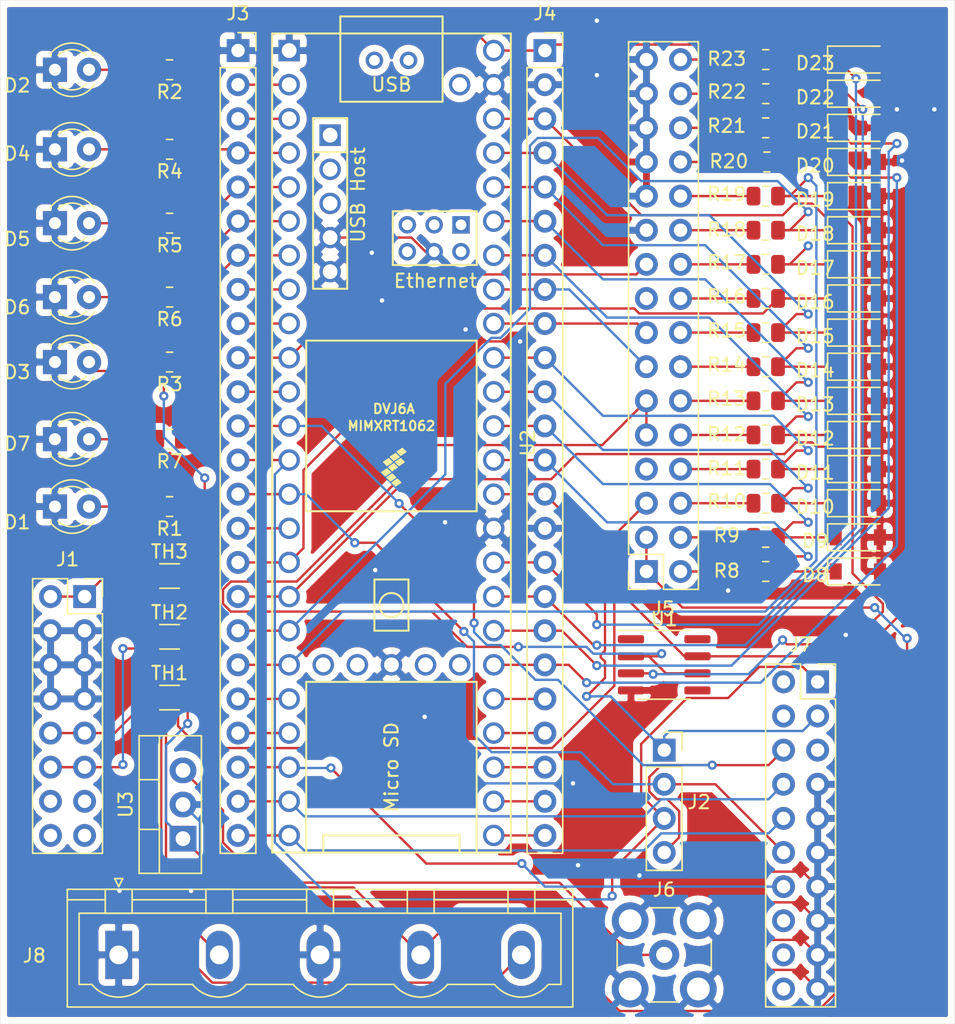
<source format=kicad_pcb>
(kicad_pcb (version 20171130) (host pcbnew "(5.1.10)-1")
  (title_block (title "Central Harmonic Content PCB") (date 2021-10-26) (rev v01) (comment 4 "Author: Savannah Hearn"))
  (layers (0 F.Cu signal) (31 B.Cu signal) (34 B.Paste user) (35 F.Paste user) (36 B.SilkS user) (37 F.SilkS user) (38 B.Mask user) (39 F.Mask user) (44 Edge.Cuts user))
  (net 0 "")
  (net 1 "Net-(D1-Pad2)")
  (net 2 GND)
  (net 3 DD4)
  (net 4 DD3)
  (net 5 DD2)
  (net 6 "Net-(D5-Pad2)")
  (net 7 DD1)
  (net 8 DC4)
  (net 9 DC3)
  (net 10 DC2)
  (net 11 DC1)
  (net 12 DB4)
  (net 13 DB3)
  (net 14 DB2)
  (net 15 DB1)
  (net 16 DA4)
  (net 17 DA3)
  (net 18 DA2)
  (net 19 DA1)
  (net 20 "Net-(J1-Pad16)")
  (net 21 "Net-(J1-Pad15)")
  (net 22 "Net-(J1-Pad14)")
  (net 23 "Net-(J1-Pad13)")
  (net 24 "Net-(J1-Pad11)")
  (net 25 "Net-(J1-Pad10)")
  (net 26 "Net-(J1-Pad1)")
  (net 27 +3V3)
  (net 28 +5V)
  (net 29 +12V)
  (net 30 +10V)
  (net 31 SCK0)
  (net 32 MISO0)
  (net 33 MOSI0)
  (net 34 CS0)
  (net 35 MIDREC)
  (net 36 MIDITRANS)
  (net 37 -12V)
  (net 38 "Net-(U1-Pad8)")
  (net 39 "Net-(U1-Pad5)")
  (net 40 "Net-(U1-Pad1)")
  (net 41 "Net-(U2-Pad66)")
  (net 42 "Net-(U2-Pad67)")
  (net 43 "Net-(U2-Pad54)")
  (net 44 "Net-(U2-Pad53)")
  (net 45 "Net-(U2-Pad51)")
  (net 46 "Net-(U2-Pad50)")
  (net 47 "Net-(U2-Pad62)")
  (net 48 "Net-(U2-Pad63)")
  (net 49 "Net-(U2-Pad61)")
  (net 50 "Net-(U2-Pad65)")
  (net 51 "Net-(U2-Pad60)")
  (net 52 "Net-(U2-Pad55)")
  (net 53 "Net-(U2-Pad56)")
  (net 54 "Net-(U2-Pad57)")
  (net 55 "Net-(U2-Pad49)")
  (net 56 "Net-(D2-Pad2)")
  (net 57 "Net-(D3-Pad2)")
  (net 58 "Net-(D4-Pad2)")
  (net 59 "Net-(D6-Pad2)")
  (net 60 "Net-(J3-Pad8)")
  (net 61 "Net-(J3-Pad6)")
  (net 62 "Net-(J3-Pad4)")
  (net 63 "Net-(J3-Pad2)")
  (net 64 "Net-(J3-Pad20)")
  (net 65 MIDIREC)
  (net 66 SDA)
  (net 67 SCL)
  (net 68 "Net-(J5-Pad20)")
  (net 69 "Net-(J5-Pad18)")
  (net 70 "Net-(J5-Pad16)")
  (net 71 RESET)
  (net 72 CLR)
  (net 73 LDAC)
  (net 74 "Net-(J5-Pad4)")
  (net 75 "Net-(J5-Pad2)")
  (net 76 "Net-(J7-Pad20)")
  (net 77 "Net-(J7-Pad5)")
  (net 78 "Net-(J7-Pad4)")
  (net 79 "Net-(J7-Pad2)")
  (net 80 "Net-(D7-Pad2)")
  (net 81 "Net-(J3-Pad21)")
  (net 82 "Net-(J3-Pad15)")
  (net 83 "Net-(J3-Pad11)")
  (net 84 "Net-(J3-Pad7)")
  (net 85 "Net-(J3-Pad5)")
  (net 86 "Net-(J3-Pad3)")
  (net 87 "Net-(J4-Pad24)")
  (net 88 "Net-(J4-Pad23)")
  (net 89 "Net-(J4-Pad22)")
  (net 90 "Net-(J4-Pad21)")
  (net 91 "Net-(J4-Pad20)")
  (net 92 "Net-(J4-Pad3)")
  (net 93 "Net-(J5-Pad6)")
  (net 94 "Net-(J5-Pad8)")
  (net 95 "Net-(J5-Pad10)")
  (net 96 "Net-(J5-Pad12)")
  (net 97 "Net-(J5-Pad14)")
  (net 98 "Net-(J5-Pad22)")
  (net 99 "Net-(J5-Pad24)")
  (net 100 "Net-(J5-Pad26)")
  (net 101 "Net-(J5-Pad28)")
  (net 102 "Net-(J5-Pad30)")
  (net 103 "Net-(J5-Pad32)")
  (net 104 "Net-(J7-Pad16)")
  (net 105 "Net-(J7-Pad18)")
  (module Resistor_SMD:R_0805_2012Metric (layer F.Cu) (at 133.234 106.022)
    (fp_text reference R23 (at -2.91 -0.05) (layer F.SilkS))
    (fp_text value 200)
    (pad 1 smd roundrect (at -0.9125 0) (size 1.025 1.4) (layers F.Cu F.Paste F.Mask) (roundrect_rratio 0.243902) (net 103 "Net-(J5-Pad32)"))
    (pad 2 smd roundrect (at 0.9125 0) (size 1.025 1.4) (layers F.Cu F.Paste F.Mask) (roundrect_rratio 0.243902) (net 3 DD4))
  )
  (module Resistor_SMD:R_0805_2012Metric (layer F.Cu) (at 88.82 139.292 180)
    (fp_text reference R1 (at 0 -1.65) (layer F.SilkS))
    (fp_text value ?)
    (pad 2 smd roundrect (at 0.9125 0 180) (size 1.025 1.4) (layers F.Cu F.Paste F.Mask) (roundrect_rratio 0.243902) (net 1 "Net-(D1-Pad2)"))
    (pad 1 smd roundrect (at -0.9125 0 180) (size 1.025 1.4) (layers F.Cu F.Paste F.Mask) (roundrect_rratio 0.243902) (net 37 -12V))
  )
  (module LED_THT:LED_D3.0mm (layer F.Cu) (at 80.28 139.292)
    (fp_text reference D1 (at -2.81 1.17) (layer F.SilkS))
    (fp_text value 12V_POW)
    (pad 2 thru_hole circle (at 2.54 0) (size 1.8 1.8) (drill 0.9) (layers *.Cu *.Mask) (net 1 "Net-(D1-Pad2)"))
    (pad 1 thru_hole rect (at 0 0) (size 1.8 1.8) (drill 0.9) (layers *.Cu *.Mask) (net 2 GND))
  )
  (module Connector_PinSocket_2.54mm:PinSocket_1x24_P2.54mm_Vertical (layer F.Cu) (at 116.78 105.35)
    (fp_text reference J4 (at 0 -2.77) (layer F.SilkS))
    (fp_text value Conn_01x24)
    (pad 24 thru_hole oval (at 0 58.42) (size 1.7 1.7) (drill 1) (layers *.Cu *.Mask) (net 87 "Net-(J4-Pad24)"))
    (pad 23 thru_hole oval (at 0 55.88) (size 1.7 1.7) (drill 1) (layers *.Cu *.Mask) (net 88 "Net-(J4-Pad23)"))
    (pad 22 thru_hole oval (at 0 53.34) (size 1.7 1.7) (drill 1) (layers *.Cu *.Mask) (net 89 "Net-(J4-Pad22)"))
    (pad 21 thru_hole oval (at 0 50.8) (size 1.7 1.7) (drill 1) (layers *.Cu *.Mask) (net 90 "Net-(J4-Pad21)"))
    (pad 20 thru_hole oval (at 0 48.26) (size 1.7 1.7) (drill 1) (layers *.Cu *.Mask) (net 91 "Net-(J4-Pad20)"))
    (pad 19 thru_hole oval (at 0 45.72) (size 1.7 1.7) (drill 1) (layers *.Cu *.Mask) (net 7 DD1))
    (pad 18 thru_hole oval (at 0 43.18) (size 1.7 1.7) (drill 1) (layers *.Cu *.Mask) (net 5 DD2))
    (pad 17 thru_hole oval (at 0 40.64) (size 1.7 1.7) (drill 1) (layers *.Cu *.Mask) (net 4 DD3))
    (pad 16 thru_hole oval (at 0 38.1) (size 1.7 1.7) (drill 1) (layers *.Cu *.Mask) (net 3 DD4))
    (pad 15 thru_hole oval (at 0 35.56) (size 1.7 1.7) (drill 1) (layers *.Cu *.Mask) (net 2 GND))
    (pad 14 thru_hole oval (at 0 33.02) (size 1.7 1.7) (drill 1) (layers *.Cu *.Mask) (net 31 SCK0))
    (pad 13 thru_hole oval (at 0 30.48) (size 1.7 1.7) (drill 1) (layers *.Cu *.Mask) (net 19 DA1))
    (pad 12 thru_hole oval (at 0 27.94) (size 1.7 1.7) (drill 1) (layers *.Cu *.Mask) (net 18 DA2))
    (pad 11 thru_hole oval (at 0 25.4) (size 1.7 1.7) (drill 1) (layers *.Cu *.Mask) (net 17 DA3))
    (pad 10 thru_hole oval (at 0 22.86) (size 1.7 1.7) (drill 1) (layers *.Cu *.Mask) (net 16 DA4))
    (pad 9 thru_hole oval (at 0 20.32) (size 1.7 1.7) (drill 1) (layers *.Cu *.Mask) (net 66 SDA))
    (pad 8 thru_hole oval (at 0 17.78) (size 1.7 1.7) (drill 1) (layers *.Cu *.Mask) (net 67 SCL))
    (pad 7 thru_hole oval (at 0 15.24) (size 1.7 1.7) (drill 1) (layers *.Cu *.Mask) (net 15 DB1))
    (pad 6 thru_hole oval (at 0 12.7) (size 1.7 1.7) (drill 1) (layers *.Cu *.Mask) (net 14 DB2))
    (pad 5 thru_hole oval (at 0 10.16) (size 1.7 1.7) (drill 1) (layers *.Cu *.Mask) (net 13 DB3))
    (pad 4 thru_hole oval (at 0 7.62) (size 1.7 1.7) (drill 1) (layers *.Cu *.Mask) (net 12 DB4))
    (pad 3 thru_hole oval (at 0 5.08) (size 1.7 1.7) (drill 1) (layers *.Cu *.Mask) (net 92 "Net-(J4-Pad3)"))
    (pad 2 thru_hole oval (at 0 2.54) (size 1.7 1.7) (drill 1) (layers *.Cu *.Mask) (net 2 GND))
    (pad 1 thru_hole rect (at 0 0) (size 1.7 1.7) (drill 1) (layers *.Cu *.Mask) (net 28 +5V))
  )
  (module Connector_PinSocket_2.54mm:PinSocket_1x24_P2.54mm_Vertical (layer F.Cu) (at 93.92 105.35)
    (fp_text reference J3 (at 0 -2.77) (layer F.SilkS))
    (fp_text value Conn_01x24)
    (pad 24 thru_hole oval (at 0 58.42) (size 1.7 1.7) (drill 1) (layers *.Cu *.Mask) (net 72 CLR))
    (pad 23 thru_hole oval (at 0 55.88) (size 1.7 1.7) (drill 1) (layers *.Cu *.Mask) (net 73 LDAC))
    (pad 22 thru_hole oval (at 0 53.34) (size 1.7 1.7) (drill 1) (layers *.Cu *.Mask) (net 71 RESET))
    (pad 21 thru_hole oval (at 0 50.8) (size 1.7 1.7) (drill 1) (layers *.Cu *.Mask) (net 81 "Net-(J3-Pad21)"))
    (pad 20 thru_hole oval (at 0 48.26) (size 1.7 1.7) (drill 1) (layers *.Cu *.Mask) (net 64 "Net-(J3-Pad20)"))
    (pad 19 thru_hole oval (at 0 45.72) (size 1.7 1.7) (drill 1) (layers *.Cu *.Mask) (net 8 DC4))
    (pad 18 thru_hole oval (at 0 43.18) (size 1.7 1.7) (drill 1) (layers *.Cu *.Mask) (net 9 DC3))
    (pad 17 thru_hole oval (at 0 40.64) (size 1.7 1.7) (drill 1) (layers *.Cu *.Mask) (net 10 DC2))
    (pad 16 thru_hole oval (at 0 38.1) (size 1.7 1.7) (drill 1) (layers *.Cu *.Mask) (net 11 DC1))
    (pad 15 thru_hole oval (at 0 35.56) (size 1.7 1.7) (drill 1) (layers *.Cu *.Mask) (net 82 "Net-(J3-Pad15)"))
    (pad 14 thru_hole oval (at 0 33.02) (size 1.7 1.7) (drill 1) (layers *.Cu *.Mask) (net 32 MISO0))
    (pad 13 thru_hole oval (at 0 30.48) (size 1.7 1.7) (drill 1) (layers *.Cu *.Mask) (net 33 MOSI0))
    (pad 12 thru_hole oval (at 0 27.94) (size 1.7 1.7) (drill 1) (layers *.Cu *.Mask) (net 34 CS0))
    (pad 11 thru_hole oval (at 0 25.4) (size 1.7 1.7) (drill 1) (layers *.Cu *.Mask) (net 83 "Net-(J3-Pad11)"))
    (pad 10 thru_hole oval (at 0 22.86) (size 1.7 1.7) (drill 1) (layers *.Cu *.Mask) (net 36 MIDITRANS))
    (pad 9 thru_hole oval (at 0 20.32) (size 1.7 1.7) (drill 1) (layers *.Cu *.Mask) (net 65 MIDIREC))
    (pad 8 thru_hole oval (at 0 17.78) (size 1.7 1.7) (drill 1) (layers *.Cu *.Mask) (net 60 "Net-(J3-Pad8)"))
    (pad 7 thru_hole oval (at 0 15.24) (size 1.7 1.7) (drill 1) (layers *.Cu *.Mask) (net 84 "Net-(J3-Pad7)"))
    (pad 6 thru_hole oval (at 0 12.7) (size 1.7 1.7) (drill 1) (layers *.Cu *.Mask) (net 61 "Net-(J3-Pad6)"))
    (pad 5 thru_hole oval (at 0 10.16) (size 1.7 1.7) (drill 1) (layers *.Cu *.Mask) (net 85 "Net-(J3-Pad5)"))
    (pad 4 thru_hole oval (at 0 7.62) (size 1.7 1.7) (drill 1) (layers *.Cu *.Mask) (net 62 "Net-(J3-Pad4)"))
    (pad 3 thru_hole oval (at 0 5.08) (size 1.7 1.7) (drill 1) (layers *.Cu *.Mask) (net 86 "Net-(J3-Pad3)"))
    (pad 2 thru_hole oval (at 0 2.54) (size 1.7 1.7) (drill 1) (layers *.Cu *.Mask) (net 63 "Net-(J3-Pad2)"))
    (pad 1 thru_hole rect (at 0 0) (size 1.7 1.7) (drill 1) (layers *.Cu *.Mask) (net 2 GND))
  )
  (module Connectors_Phoenix:PhoenixContact_GMSTBVA-G_05x7.50mm_Vertical (layer F.Cu) (at 85.03 172.66)
    (fp_text reference J8 (at -6.29 0.06) (layer F.SilkS))
    (fp_text value Conn_01x05)
    (pad 5 thru_hole oval (at 30 0) (size 2 3.6) (drill 1.4) (layers *.Cu *.Mask) (net 37 -12V))
    (pad 4 thru_hole oval (at 22.5 0) (size 2 3.6) (drill 1.4) (layers *.Cu *.Mask) (net 29 +12V))
    (pad 3 thru_hole oval (at 15 0) (size 2 3.6) (drill 1.4) (layers *.Cu *.Mask) (net 2 GND))
    (pad 2 thru_hole oval (at 7.5 0) (size 2 3.6) (drill 1.4) (layers *.Cu *.Mask) (net 28 +5V))
    (pad 1 thru_hole rect (at 0 0) (size 2 3.6) (drill 1.4) (layers *.Cu *.Mask) (net 2 GND))
  )
  (module Connector_PinSocket_2.54mm:PinSocket_2x10_P2.54mm_Vertical (layer F.Cu) (at 137.1 152.34)
    (fp_text reference J7 (at -1.27 -2.77) (layer F.SilkS))
    (fp_text value Conn_02x10_Odd_Even)
    (pad 1 thru_hole rect (at 0 0) (size 1.7 1.7) (drill 1) (layers *.Cu *.Mask) (net 33 MOSI0))
    (pad 2 thru_hole oval (at -2.54 0) (size 1.7 1.7) (drill 1) (layers *.Cu *.Mask) (net 79 "Net-(J7-Pad2)"))
    (pad 3 thru_hole oval (at 0 2.54) (size 1.7 1.7) (drill 1) (layers *.Cu *.Mask) (net 31 SCK0))
    (pad 4 thru_hole oval (at -2.54 2.54) (size 1.7 1.7) (drill 1) (layers *.Cu *.Mask) (net 78 "Net-(J7-Pad4)"))
    (pad 5 thru_hole oval (at 0 5.08) (size 1.7 1.7) (drill 1) (layers *.Cu *.Mask) (net 77 "Net-(J7-Pad5)"))
    (pad 6 thru_hole oval (at -2.54 5.08) (size 1.7 1.7) (drill 1) (layers *.Cu *.Mask) (net 34 CS0))
    (pad 7 thru_hole oval (at 0 7.62) (size 1.7 1.7) (drill 1) (layers *.Cu *.Mask) (net 2 GND))
    (pad 8 thru_hole oval (at -2.54 7.62) (size 1.7 1.7) (drill 1) (layers *.Cu *.Mask) (net 73 LDAC))
    (pad 9 thru_hole oval (at 0 10.16) (size 1.7 1.7) (drill 1) (layers *.Cu *.Mask) (net 2 GND))
    (pad 10 thru_hole oval (at -2.54 10.16) (size 1.7 1.7) (drill 1) (layers *.Cu *.Mask) (net 72 CLR))
    (pad 11 thru_hole oval (at 0 12.7) (size 1.7 1.7) (drill 1) (layers *.Cu *.Mask) (net 2 GND))
    (pad 12 thru_hole oval (at -2.54 12.7) (size 1.7 1.7) (drill 1) (layers *.Cu *.Mask) (net 32 MISO0))
    (pad 13 thru_hole oval (at 0 15.24) (size 1.7 1.7) (drill 1) (layers *.Cu *.Mask) (net 2 GND))
    (pad 14 thru_hole oval (at -2.54 15.24) (size 1.7 1.7) (drill 1) (layers *.Cu *.Mask) (net 71 RESET))
    (pad 15 thru_hole oval (at 0 17.78) (size 1.7 1.7) (drill 1) (layers *.Cu *.Mask) (net 2 GND))
    (pad 16 thru_hole oval (at -2.54 17.78) (size 1.7 1.7) (drill 1) (layers *.Cu *.Mask) (net 104 "Net-(J7-Pad16)"))
    (pad 17 thru_hole oval (at 0 20.32) (size 1.7 1.7) (drill 1) (layers *.Cu *.Mask) (net 2 GND))
    (pad 18 thru_hole oval (at -2.54 20.32) (size 1.7 1.7) (drill 1) (layers *.Cu *.Mask) (net 105 "Net-(J7-Pad18)"))
    (pad 19 thru_hole oval (at 0 22.86) (size 1.7 1.7) (drill 1) (layers *.Cu *.Mask) (net 2 GND))
    (pad 20 thru_hole oval (at -2.54 22.86) (size 1.7 1.7) (drill 1) (layers *.Cu *.Mask) (net 76 "Net-(J7-Pad20)"))
  )
  (module Connector_Coaxial:SMB_Jack_Vertical (layer F.Cu) (at 125.67 172.66)
    (fp_text reference J6 (at 0 -4.85) (layer F.SilkS))
    (fp_text value Conn_Coaxial)
    (pad 1 thru_hole circle (at 0 0) (size 2.24 2.24) (drill 1.2) (layers *.Cu *.Mask) (net 30 +10V))
    (pad 2 thru_hole circle (at -2.54 -2.54) (size 2.74 2.74) (drill 1.7) (layers *.Cu *.Mask) (net 2 GND))
    (pad 2 thru_hole circle (at 2.54 -2.54) (size 2.74 2.74) (drill 1.7) (layers *.Cu *.Mask) (net 2 GND))
    (pad 2 thru_hole circle (at 2.54 2.54) (size 2.74 2.74) (drill 1.7) (layers *.Cu *.Mask) (net 2 GND))
    (pad 2 thru_hole circle (at -2.54 2.54) (size 2.74 2.74) (drill 1.7) (layers *.Cu *.Mask) (net 2 GND))
  )
  (module teensy:Teensy41 (layer F.Cu) (at 105.35 134.56 270)
    (fp_text reference U2 (at 0 -10.16 90) (layer F.SilkS))
    (fp_text value Teensy4.1)
    (fp_text user DVJ6A (at -2.54 -0.18 180) (layer F.SilkS) (effects (font (size 0.7 0.7))))
    (fp_text user MIMXRT1062 (at -1.27 0 180) (layer F.SilkS) (effects (font (size 0.7 0.7))))
    (fp_text user "Micro SD" (at 24.13 0 90) (layer F.SilkS))
    (fp_text user USB (at -26.67 0 180) (layer F.SilkS))
    (fp_text user Ethernet (at -12.065 -3.2766) (layer F.SilkS))
    (fp_text user "USB Host" (at -18.4658 2.4892 90) (layer F.SilkS))
    (pad 49 thru_hole circle (at -26.67 -5.08 270) (size 1.6 1.6) (drill 1.1) (layers *.Cu *.Mask) (net 55 "Net-(U2-Pad49)"))
    (pad 59 thru_hole circle (at -12.7508 4.5692 270) (size 1.6 1.6) (drill 1.1) (layers *.Cu *.Mask) (net 2 GND))
    (pad 58 thru_hole circle (at -15.2908 4.5692 270) (size 1.6 1.6) (drill 1.1) (layers *.Cu *.Mask) (net 2 GND))
    (pad 57 thru_hole circle (at -17.8308 4.5692 270) (size 1.6 1.6) (drill 1.1) (layers *.Cu *.Mask) (net 54 "Net-(U2-Pad57)"))
    (pad 56 thru_hole circle (at -20.3708 4.5692 270) (size 1.6 1.6) (drill 1.1) (layers *.Cu *.Mask) (net 53 "Net-(U2-Pad56)"))
    (pad 55 thru_hole rect (at -22.9108 4.5692 270) (size 1.6 1.6) (drill 1.1) (layers *.Cu *.Mask) (net 52 "Net-(U2-Pad55)"))
    (pad 48 thru_hole circle (at -29.21 -7.62 270) (size 1.6 1.6) (drill 1.1) (layers *.Cu *.Mask) (net 28 +5V))
    (pad 47 thru_hole circle (at -26.67 -7.62 270) (size 1.6 1.6) (drill 1.1) (layers *.Cu *.Mask) (net 2 GND))
    (pad 46 thru_hole circle (at -24.13 -7.62 270) (size 1.6 1.6) (drill 1.1) (layers *.Cu *.Mask) (net 92 "Net-(J4-Pad3)"))
    (pad 45 thru_hole circle (at -21.59 -7.62 270) (size 1.6 1.6) (drill 1.1) (layers *.Cu *.Mask) (net 12 DB4))
    (pad 44 thru_hole circle (at -19.05 -7.62 270) (size 1.6 1.6) (drill 1.1) (layers *.Cu *.Mask) (net 13 DB3))
    (pad 43 thru_hole circle (at -16.51 -7.62 270) (size 1.6 1.6) (drill 1.1) (layers *.Cu *.Mask) (net 14 DB2))
    (pad 42 thru_hole circle (at -13.97 -7.62 270) (size 1.6 1.6) (drill 1.1) (layers *.Cu *.Mask) (net 15 DB1))
    (pad 41 thru_hole circle (at -11.43 -7.62 270) (size 1.6 1.6) (drill 1.1) (layers *.Cu *.Mask) (net 67 SCL))
    (pad 40 thru_hole circle (at -8.89 -7.62 270) (size 1.6 1.6) (drill 1.1) (layers *.Cu *.Mask) (net 66 SDA))
    (pad 39 thru_hole circle (at -6.35 -7.62 270) (size 1.6 1.6) (drill 1.1) (layers *.Cu *.Mask) (net 16 DA4))
    (pad 38 thru_hole circle (at -3.81 -7.62 270) (size 1.6 1.6) (drill 1.1) (layers *.Cu *.Mask) (net 17 DA3))
    (pad 37 thru_hole circle (at -1.27 -7.62 270) (size 1.6 1.6) (drill 1.1) (layers *.Cu *.Mask) (net 18 DA2))
    (pad 36 thru_hole circle (at 1.27 -7.62 270) (size 1.6 1.6) (drill 1.1) (layers *.Cu *.Mask) (net 19 DA1))
    (pad 35 thru_hole circle (at 3.81 -7.62 270) (size 1.6 1.6) (drill 1.1) (layers *.Cu *.Mask) (net 31 SCK0))
    (pad 1 thru_hole rect (at -29.21 7.62 270) (size 1.6 1.6) (drill 1.1) (layers *.Cu *.Mask) (net 2 GND))
    (pad 2 thru_hole circle (at -26.67 7.62 270) (size 1.6 1.6) (drill 1.1) (layers *.Cu *.Mask) (net 63 "Net-(J3-Pad2)"))
    (pad 3 thru_hole circle (at -24.13 7.62 270) (size 1.6 1.6) (drill 1.1) (layers *.Cu *.Mask) (net 86 "Net-(J3-Pad3)"))
    (pad 4 thru_hole circle (at -21.59 7.62 270) (size 1.6 1.6) (drill 1.1) (layers *.Cu *.Mask) (net 62 "Net-(J3-Pad4)"))
    (pad 5 thru_hole circle (at -19.05 7.62 270) (size 1.6 1.6) (drill 1.1) (layers *.Cu *.Mask) (net 85 "Net-(J3-Pad5)"))
    (pad 6 thru_hole circle (at -16.51 7.62 270) (size 1.6 1.6) (drill 1.1) (layers *.Cu *.Mask) (net 61 "Net-(J3-Pad6)"))
    (pad 7 thru_hole circle (at -13.97 7.62 270) (size 1.6 1.6) (drill 1.1) (layers *.Cu *.Mask) (net 84 "Net-(J3-Pad7)"))
    (pad 8 thru_hole circle (at -11.43 7.62 270) (size 1.6 1.6) (drill 1.1) (layers *.Cu *.Mask) (net 60 "Net-(J3-Pad8)"))
    (pad 9 thru_hole circle (at -8.89 7.62 270) (size 1.6 1.6) (drill 1.1) (layers *.Cu *.Mask) (net 65 MIDIREC))
    (pad 10 thru_hole circle (at -6.35 7.62 270) (size 1.6 1.6) (drill 1.1) (layers *.Cu *.Mask) (net 36 MIDITRANS))
    (pad 11 thru_hole circle (at -3.81 7.62 270) (size 1.6 1.6) (drill 1.1) (layers *.Cu *.Mask) (net 83 "Net-(J3-Pad11)"))
    (pad 12 thru_hole circle (at -1.27 7.62 270) (size 1.6 1.6) (drill 1.1) (layers *.Cu *.Mask) (net 34 CS0))
    (pad 13 thru_hole circle (at 1.27 7.62 270) (size 1.6 1.6) (drill 1.1) (layers *.Cu *.Mask) (net 33 MOSI0))
    (pad 34 thru_hole circle (at 6.35 -7.62 270) (size 1.6 1.6) (drill 1.1) (layers *.Cu *.Mask) (net 2 GND))
    (pad 33 thru_hole circle (at 8.89 -7.62 270) (size 1.6 1.6) (drill 1.1) (layers *.Cu *.Mask) (net 3 DD4))
    (pad 32 thru_hole circle (at 11.43 -7.62 270) (size 1.6 1.6) (drill 1.1) (layers *.Cu *.Mask) (net 4 DD3))
    (pad 31 thru_hole circle (at 13.97 -7.62 270) (size 1.6 1.6) (drill 1.1) (layers *.Cu *.Mask) (net 5 DD2))
    (pad 30 thru_hole circle (at 16.51 -7.62 270) (size 1.6 1.6) (drill 1.1) (layers *.Cu *.Mask) (net 7 DD1))
    (pad 29 thru_hole circle (at 19.05 -7.62 270) (size 1.6 1.6) (drill 1.1) (layers *.Cu *.Mask) (net 91 "Net-(J4-Pad20)"))
    (pad 28 thru_hole circle (at 21.59 -7.62 270) (size 1.6 1.6) (drill 1.1) (layers *.Cu *.Mask) (net 90 "Net-(J4-Pad21)"))
    (pad 27 thru_hole circle (at 24.13 -7.62 270) (size 1.6 1.6) (drill 1.1) (layers *.Cu *.Mask) (net 89 "Net-(J4-Pad22)"))
    (pad 26 thru_hole circle (at 26.67 -7.62 270) (size 1.6 1.6) (drill 1.1) (layers *.Cu *.Mask) (net 88 "Net-(J4-Pad23)"))
    (pad 25 thru_hole circle (at 29.21 -7.62 270) (size 1.6 1.6) (drill 1.1) (layers *.Cu *.Mask) (net 87 "Net-(J4-Pad24)"))
    (pad 24 thru_hole circle (at 29.21 7.62 270) (size 1.6 1.6) (drill 1.1) (layers *.Cu *.Mask) (net 72 CLR))
    (pad 23 thru_hole circle (at 26.67 7.62 270) (size 1.6 1.6) (drill 1.1) (layers *.Cu *.Mask) (net 73 LDAC))
    (pad 22 thru_hole circle (at 24.13 7.62 270) (size 1.6 1.6) (drill 1.1) (layers *.Cu *.Mask) (net 71 RESET))
    (pad 21 thru_hole circle (at 21.59 7.62 270) (size 1.6 1.6) (drill 1.1) (layers *.Cu *.Mask) (net 81 "Net-(J3-Pad21)"))
    (pad 14 thru_hole circle (at 3.81 7.62 270) (size 1.6 1.6) (drill 1.1) (layers *.Cu *.Mask) (net 32 MISO0))
    (pad 15 thru_hole circle (at 6.35 7.62 270) (size 1.6 1.6) (drill 1.1) (layers *.Cu *.Mask) (net 82 "Net-(J3-Pad15)"))
    (pad 16 thru_hole circle (at 8.89 7.62 270) (size 1.6 1.6) (drill 1.1) (layers *.Cu *.Mask) (net 11 DC1))
    (pad 20 thru_hole circle (at 19.05 7.62 270) (size 1.6 1.6) (drill 1.1) (layers *.Cu *.Mask) (net 64 "Net-(J3-Pad20)"))
    (pad 19 thru_hole circle (at 16.51 7.62 270) (size 1.6 1.6) (drill 1.1) (layers *.Cu *.Mask) (net 8 DC4))
    (pad 18 thru_hole circle (at 13.97 7.62 270) (size 1.6 1.6) (drill 1.1) (layers *.Cu *.Mask) (net 9 DC3))
    (pad 17 thru_hole circle (at 11.43 7.62 270) (size 1.6 1.6) (drill 1.1) (layers *.Cu *.Mask) (net 10 DC2))
    (pad 60 thru_hole rect (at -16.24 -5.1816 270) (size 1.3 1.3) (drill 0.8) (layers *.Cu *.Mask) (net 51 "Net-(U2-Pad60)"))
    (pad 65 thru_hole circle (at -14.24 -5.1816 270) (size 1.3 1.3) (drill 0.8) (layers *.Cu *.Mask) (net 50 "Net-(U2-Pad65)"))
    (pad 61 thru_hole circle (at -16.24 -3.1816 270) (size 1.3 1.3) (drill 0.8) (layers *.Cu *.Mask) (net 49 "Net-(U2-Pad61)"))
    (pad 64 thru_hole circle (at -14.24 -3.1816 270) (size 1.3 1.3) (drill 0.8) (layers *.Cu *.Mask) (net 2 GND))
    (pad 63 thru_hole circle (at -14.24 -1.1816 270) (size 1.3 1.3) (drill 0.8) (layers *.Cu *.Mask) (net 48 "Net-(U2-Pad63)"))
    (pad 62 thru_hole circle (at -16.24 -1.1816 270) (size 1.3 1.3) (drill 0.8) (layers *.Cu *.Mask) (net 47 "Net-(U2-Pad62)"))
    (pad 50 thru_hole circle (at 16.51 5.08 270) (size 1.6 1.6) (drill 1.1) (layers *.Cu *.Mask) (net 46 "Net-(U2-Pad50)"))
    (pad 51 thru_hole circle (at 16.51 2.54 270) (size 1.6 1.6) (drill 1.1) (layers *.Cu *.Mask) (net 45 "Net-(U2-Pad51)"))
    (pad 52 thru_hole circle (at 16.51 0 270) (size 1.6 1.6) (drill 1.1) (layers *.Cu *.Mask) (net 2 GND))
    (pad 53 thru_hole circle (at 16.51 -2.54 270) (size 1.6 1.6) (drill 1.1) (layers *.Cu *.Mask) (net 44 "Net-(U2-Pad53)"))
    (pad 54 thru_hole circle (at 16.51 -5.08 270) (size 1.6 1.6) (drill 1.1) (layers *.Cu *.Mask) (net 43 "Net-(U2-Pad54)"))
    (pad 67 thru_hole circle (at -28.48 1.27 270) (size 1.3 1.3) (drill 0.8) (layers *.Cu *.Mask) (net 42 "Net-(U2-Pad67)"))
    (pad 66 thru_hole circle (at -28.48 -1.27 270) (size 1.3 1.3) (drill 0.8) (layers *.Cu *.Mask) (net 41 "Net-(U2-Pad66)"))
  )
  (module Connector_PinSocket_2.54mm:PinSocket_2x16_P2.54mm_Vertical (layer F.Cu) (at 124.344 144.122 180)
    (fp_text reference J5 (at -1.27 -2.77) (layer F.SilkS))
    (fp_text value Conn_02x16_Odd_Even)
    (pad 1 thru_hole rect (at 0 0 180) (size 1.7 1.7) (drill 1) (layers *.Cu *.Mask) (net 29 +12V))
    (pad 2 thru_hole oval (at -2.54 0 180) (size 1.7 1.7) (drill 1) (layers *.Cu *.Mask) (net 75 "Net-(J5-Pad2)"))
    (pad 3 thru_hole oval (at 0 2.54 180) (size 1.7 1.7) (drill 1) (layers *.Cu *.Mask) (net 29 +12V))
    (pad 4 thru_hole oval (at -2.54 2.54 180) (size 1.7 1.7) (drill 1) (layers *.Cu *.Mask) (net 74 "Net-(J5-Pad4)"))
    (pad 5 thru_hole oval (at 0 5.08 180) (size 1.7 1.7) (drill 1) (layers *.Cu *.Mask) (net 28 +5V))
    (pad 6 thru_hole oval (at -2.54 5.08 180) (size 1.7 1.7) (drill 1) (layers *.Cu *.Mask) (net 93 "Net-(J5-Pad6)"))
    (pad 7 thru_hole oval (at 0 7.62 180) (size 1.7 1.7) (drill 1) (layers *.Cu *.Mask) (net 28 +5V))
    (pad 8 thru_hole oval (at -2.54 7.62 180) (size 1.7 1.7) (drill 1) (layers *.Cu *.Mask) (net 94 "Net-(J5-Pad8)"))
    (pad 9 thru_hole oval (at 0 10.16 180) (size 1.7 1.7) (drill 1) (layers *.Cu *.Mask) (net 27 +3V3))
    (pad 10 thru_hole oval (at -2.54 10.16 180) (size 1.7 1.7) (drill 1) (layers *.Cu *.Mask) (net 95 "Net-(J5-Pad10)"))
    (pad 11 thru_hole oval (at 0 12.7 180) (size 1.7 1.7) (drill 1) (layers *.Cu *.Mask) (net 27 +3V3))
    (pad 12 thru_hole oval (at -2.54 12.7 180) (size 1.7 1.7) (drill 1) (layers *.Cu *.Mask) (net 96 "Net-(J5-Pad12)"))
    (pad 13 thru_hole oval (at 0 15.24 180) (size 1.7 1.7) (drill 1) (layers *.Cu *.Mask) (net 67 SCL))
    (pad 14 thru_hole oval (at -2.54 15.24 180) (size 1.7 1.7) (drill 1) (layers *.Cu *.Mask) (net 97 "Net-(J5-Pad14)"))
    (pad 15 thru_hole oval (at 0 17.78 180) (size 1.7 1.7) (drill 1) (layers *.Cu *.Mask) (net 66 SDA))
    (pad 16 thru_hole oval (at -2.54 17.78 180) (size 1.7 1.7) (drill 1) (layers *.Cu *.Mask) (net 70 "Net-(J5-Pad16)"))
    (pad 17 thru_hole oval (at 0 20.32 180) (size 1.7 1.7) (drill 1) (layers *.Cu *.Mask) (net 35 MIDREC))
    (pad 18 thru_hole oval (at -2.54 20.32 180) (size 1.7 1.7) (drill 1) (layers *.Cu *.Mask) (net 69 "Net-(J5-Pad18)"))
    (pad 19 thru_hole oval (at 0 22.86 180) (size 1.7 1.7) (drill 1) (layers *.Cu *.Mask) (net 36 MIDITRANS))
    (pad 20 thru_hole oval (at -2.54 22.86 180) (size 1.7 1.7) (drill 1) (layers *.Cu *.Mask) (net 68 "Net-(J5-Pad20)"))
    (pad 21 thru_hole oval (at 0 25.4 180) (size 1.7 1.7) (drill 1) (layers *.Cu *.Mask) (net 2 GND))
    (pad 22 thru_hole oval (at -2.54 25.4 180) (size 1.7 1.7) (drill 1) (layers *.Cu *.Mask) (net 98 "Net-(J5-Pad22)"))
    (pad 23 thru_hole oval (at 0 27.94 180) (size 1.7 1.7) (drill 1) (layers *.Cu *.Mask) (net 2 GND))
    (pad 24 thru_hole oval (at -2.54 27.94 180) (size 1.7 1.7) (drill 1) (layers *.Cu *.Mask) (net 99 "Net-(J5-Pad24)"))
    (pad 25 thru_hole oval (at 0 30.48 180) (size 1.7 1.7) (drill 1) (layers *.Cu *.Mask) (net 2 GND))
    (pad 26 thru_hole oval (at -2.54 30.48 180) (size 1.7 1.7) (drill 1) (layers *.Cu *.Mask) (net 100 "Net-(J5-Pad26)"))
    (pad 27 thru_hole oval (at 0 33.02 180) (size 1.7 1.7) (drill 1) (layers *.Cu *.Mask) (net 2 GND))
    (pad 28 thru_hole oval (at -2.54 33.02 180) (size 1.7 1.7) (drill 1) (layers *.Cu *.Mask) (net 101 "Net-(J5-Pad28)"))
    (pad 29 thru_hole oval (at 0 35.56 180) (size 1.7 1.7) (drill 1) (layers *.Cu *.Mask) (net 2 GND))
    (pad 30 thru_hole oval (at -2.54 35.56 180) (size 1.7 1.7) (drill 1) (layers *.Cu *.Mask) (net 102 "Net-(J5-Pad30)"))
    (pad 31 thru_hole oval (at 0 38.1 180) (size 1.7 1.7) (drill 1) (layers *.Cu *.Mask) (net 2 GND))
    (pad 32 thru_hole oval (at -2.54 38.1 180) (size 1.7 1.7) (drill 1) (layers *.Cu *.Mask) (net 103 "Net-(J5-Pad32)"))
  )
  (module Package_SO:SOIC-8_3.9x4.9mm_P1.27mm (layer F.Cu) (at 125.67 151.07)
    (fp_text reference U1 (at 0 -3.4) (layer F.SilkS))
    (fp_text value AD8531)
    (pad 8 smd roundrect (at 2.475 -1.905) (size 1.95 0.6) (layers F.Cu F.Paste F.Mask) (net 38 "Net-(U1-Pad8)"))
    (pad 7 smd roundrect (at 2.475 -0.635) (size 1.95 0.6) (layers F.Cu F.Paste F.Mask) (net 28 +5V))
    (pad 6 smd roundrect (at 2.475 0.635) (size 1.95 0.6) (layers F.Cu F.Paste F.Mask) (net 27 +3V3))
    (pad 5 smd roundrect (at 2.475 1.905) (size 1.95 0.6) (layers F.Cu F.Paste F.Mask) (net 39 "Net-(U1-Pad5)"))
    (pad 4 smd roundrect (at -2.475 1.905) (size 1.95 0.6) (layers F.Cu F.Paste F.Mask) (net 2 GND))
    (pad 3 smd roundrect (at -2.475 0.635) (size 1.95 0.6) (layers F.Cu F.Paste F.Mask) (net 92 "Net-(J4-Pad3)"))
    (pad 2 smd roundrect (at -2.475 -0.635) (size 1.95 0.6) (layers F.Cu F.Paste F.Mask) (net 27 +3V3))
    (pad 1 smd roundrect (at -2.475 -1.905) (size 1.95 0.6) (layers F.Cu F.Paste F.Mask) (net 40 "Net-(U1-Pad1)"))
  )
  (module Package_TO_SOT_THT:TO-220-3_Vertical (layer F.Cu) (at 89.82 164.01 90)
    (fp_text reference U3 (at 2.54 -4.27 90) (layer F.SilkS))
    (fp_text value BA7810CP-E2)
    (pad 3 thru_hole oval (at 5.08 0 90) (size 1.905 2) (drill 1.1) (layers *.Cu *.Mask) (net 30 +10V))
    (pad 2 thru_hole oval (at 2.54 0 90) (size 1.905 2) (drill 1.1) (layers *.Cu *.Mask) (net 2 GND))
    (pad 1 thru_hole rect (at 0 0 90) (size 1.905 2) (drill 1.1) (layers *.Cu *.Mask) (net 29 +12V))
  )
  (module Resistor_SMD:R_1206_3216Metric (layer F.Cu) (at 88.82 144.462)
    (fp_text reference TH3 (at 0 -1.82) (layer F.SilkS))
    (fp_text value Thermistor_US)
    (pad 2 smd roundrect (at 1.4625 0) (size 1.125 1.75) (layers F.Cu F.Paste F.Mask) (roundrect_rratio 0.222222) (net 37 -12V))
    (pad 1 smd roundrect (at -1.4625 0) (size 1.125 1.75) (layers F.Cu F.Paste F.Mask) (roundrect_rratio 0.222222) (net 26 "Net-(J1-Pad1)"))
  )
  (module Resistor_SMD:R_1206_3216Metric (layer F.Cu) (at 88.82 148.986)
    (fp_text reference TH2 (at 0 -1.82) (layer F.SilkS))
    (fp_text value Thermistor_US)
    (pad 2 smd roundrect (at 1.4625 0) (size 1.125 1.75) (layers F.Cu F.Paste F.Mask) (roundrect_rratio 0.222222) (net 28 +5V))
    (pad 1 smd roundrect (at -1.4625 0) (size 1.125 1.75) (layers F.Cu F.Paste F.Mask) (roundrect_rratio 0.222222) (net 24 "Net-(J1-Pad11)"))
  )
  (module Resistor_SMD:R_1206_3216Metric (layer F.Cu) (at 88.82 153.51)
    (fp_text reference TH1 (at 0 -1.82) (layer F.SilkS))
    (fp_text value Thermistor_US)
    (pad 2 smd roundrect (at 1.4625 0) (size 1.125 1.75) (layers F.Cu F.Paste F.Mask) (roundrect_rratio 0.222222) (net 29 +12V))
    (pad 1 smd roundrect (at -1.4625 0) (size 1.125 1.75) (layers F.Cu F.Paste F.Mask) (roundrect_rratio 0.222222) (net 25 "Net-(J1-Pad10)"))
  )
  (module Resistor_SMD:R_0805_2012Metric (layer F.Cu) (at 88.82 134.28 180)
    (fp_text reference R7 (at 0 -1.65) (layer F.SilkS))
    (fp_text value ?)
    (pad 2 smd roundrect (at 0.9125 0 180) (size 1.025 1.4) (layers F.Cu F.Paste F.Mask) (roundrect_rratio 0.243902) (net 80 "Net-(D7-Pad2)"))
    (pad 1 smd roundrect (at -0.9125 0 180) (size 1.025 1.4) (layers F.Cu F.Paste F.Mask) (roundrect_rratio 0.243902) (net 84 "Net-(J3-Pad7)"))
  )
  (module Resistor_SMD:R_0805_2012Metric (layer F.Cu) (at 88.82 123.7 180)
    (fp_text reference R6 (at 0 -1.65) (layer F.SilkS))
    (fp_text value ?)
    (pad 2 smd roundrect (at 0.9125 0 180) (size 1.025 1.4) (layers F.Cu F.Paste F.Mask) (roundrect_rratio 0.243902) (net 59 "Net-(D6-Pad2)"))
    (pad 1 smd roundrect (at -0.9125 0 180) (size 1.025 1.4) (layers F.Cu F.Paste F.Mask) (roundrect_rratio 0.243902) (net 61 "Net-(J3-Pad6)"))
  )
  (module Resistor_SMD:R_0805_2012Metric (layer F.Cu) (at 88.82 118.2 180)
    (fp_text reference R5 (at 0 -1.65) (layer F.SilkS))
    (fp_text value ?)
    (pad 2 smd roundrect (at 0.9125 0 180) (size 1.025 1.4) (layers F.Cu F.Paste F.Mask) (roundrect_rratio 0.243902) (net 6 "Net-(D5-Pad2)"))
    (pad 1 smd roundrect (at -0.9125 0 180) (size 1.025 1.4) (layers F.Cu F.Paste F.Mask) (roundrect_rratio 0.243902) (net 85 "Net-(J3-Pad5)"))
  )
  (module Resistor_SMD:R_0805_2012Metric (layer F.Cu) (at 88.82 112.7 180)
    (fp_text reference R4 (at 0 -1.65) (layer F.SilkS))
    (fp_text value ?)
    (pad 2 smd roundrect (at 0.9125 0 180) (size 1.025 1.4) (layers F.Cu F.Paste F.Mask) (roundrect_rratio 0.243902) (net 58 "Net-(D4-Pad2)"))
    (pad 1 smd roundrect (at -0.9125 0 180) (size 1.025 1.4) (layers F.Cu F.Paste F.Mask) (roundrect_rratio 0.243902) (net 62 "Net-(J3-Pad4)"))
  )
  (module Resistor_SMD:R_0805_2012Metric (layer F.Cu) (at 88.82 128.536 180)
    (fp_text reference R3 (at 0 -1.65) (layer F.SilkS))
    (fp_text value ?)
    (pad 2 smd roundrect (at 0.9125 0 180) (size 1.025 1.4) (layers F.Cu F.Paste F.Mask) (roundrect_rratio 0.243902) (net 57 "Net-(D3-Pad2)"))
    (pad 1 smd roundrect (at -0.9125 0 180) (size 1.025 1.4) (layers F.Cu F.Paste F.Mask) (roundrect_rratio 0.243902) (net 29 +12V))
  )
  (module Resistor_SMD:R_0805_2012Metric (layer F.Cu) (at 88.82 106.78 180)
    (fp_text reference R2 (at 0 -1.65) (layer F.SilkS))
    (fp_text value ?)
    (pad 2 smd roundrect (at 0.9125 0 180) (size 1.025 1.4) (layers F.Cu F.Paste F.Mask) (roundrect_rratio 0.243902) (net 56 "Net-(D2-Pad2)"))
    (pad 1 smd roundrect (at -0.9125 0 180) (size 1.025 1.4) (layers F.Cu F.Paste F.Mask) (roundrect_rratio 0.243902) (net 28 +5V))
  )
  (module Resistor_SMD:R_0805_2012Metric (layer F.Cu) (at 133.234 108.562)
    (fp_text reference R22 (at -2.91 -0.15) (layer F.SilkS))
    (fp_text value 200)
    (pad 1 smd roundrect (at -0.9125 0) (size 1.025 1.4) (layers F.Cu F.Paste F.Mask) (roundrect_rratio 0.243902) (net 102 "Net-(J5-Pad30)"))
    (pad 2 smd roundrect (at 0.9125 0) (size 1.025 1.4) (layers F.Cu F.Paste F.Mask) (roundrect_rratio 0.243902) (net 4 DD3))
  )
  (module Resistor_SMD:R_0805_2012Metric (layer F.Cu) (at 133.234 111.102)
    (fp_text reference R21 (at -2.91 -0.15) (layer F.SilkS))
    (fp_text value 200)
    (pad 1 smd roundrect (at -0.9125 0) (size 1.025 1.4) (layers F.Cu F.Paste F.Mask) (roundrect_rratio 0.243902) (net 101 "Net-(J5-Pad28)"))
    (pad 2 smd roundrect (at 0.9125 0) (size 1.025 1.4) (layers F.Cu F.Paste F.Mask) (roundrect_rratio 0.243902) (net 5 DD2))
  )
  (module Resistor_SMD:R_0805_2012Metric (layer F.Cu) (at 133.314 113.642)
    (fp_text reference R20 (at -2.83 -0.05) (layer F.SilkS))
    (fp_text value 200)
    (pad 1 smd roundrect (at -0.9125 0) (size 1.025 1.4) (layers F.Cu F.Paste F.Mask) (roundrect_rratio 0.243902) (net 100 "Net-(J5-Pad26)"))
    (pad 2 smd roundrect (at 0.9125 0) (size 1.025 1.4) (layers F.Cu F.Paste F.Mask) (roundrect_rratio 0.243902) (net 7 DD1))
  )
  (module Resistor_SMD:R_0805_2012Metric (layer F.Cu) (at 133.234 116.182)
    (fp_text reference R19 (at -2.91 -0.15) (layer F.SilkS))
    (fp_text value 200)
    (pad 1 smd roundrect (at -0.9125 0) (size 1.025 1.4) (layers F.Cu F.Paste F.Mask) (roundrect_rratio 0.243902) (net 99 "Net-(J5-Pad24)"))
    (pad 2 smd roundrect (at 0.9125 0) (size 1.025 1.4) (layers F.Cu F.Paste F.Mask) (roundrect_rratio 0.243902) (net 8 DC4))
  )
  (module Resistor_SMD:R_0805_2012Metric (layer F.Cu) (at 133.234 118.722)
    (fp_text reference R18 (at -2.91 -0.05) (layer F.SilkS))
    (fp_text value 200)
    (pad 1 smd roundrect (at -0.9125 0) (size 1.025 1.4) (layers F.Cu F.Paste F.Mask) (roundrect_rratio 0.243902) (net 98 "Net-(J5-Pad22)"))
    (pad 2 smd roundrect (at 0.9125 0) (size 1.025 1.4) (layers F.Cu F.Paste F.Mask) (roundrect_rratio 0.243902) (net 9 DC3))
  )
  (module Resistor_SMD:R_0805_2012Metric (layer F.Cu) (at 133.234 121.262)
    (fp_text reference R17 (at -2.91 -0.15) (layer F.SilkS))
    (fp_text value 200)
    (pad 1 smd roundrect (at -0.9125 0) (size 1.025 1.4) (layers F.Cu F.Paste F.Mask) (roundrect_rratio 0.243902) (net 68 "Net-(J5-Pad20)"))
    (pad 2 smd roundrect (at 0.9125 0) (size 1.025 1.4) (layers F.Cu F.Paste F.Mask) (roundrect_rratio 0.243902) (net 10 DC2))
  )
  (module Resistor_SMD:R_0805_2012Metric (layer F.Cu) (at 133.234 123.802)
    (fp_text reference R16 (at -2.91 -0.15) (layer F.SilkS))
    (fp_text value 200)
    (pad 1 smd roundrect (at -0.9125 0) (size 1.025 1.4) (layers F.Cu F.Paste F.Mask) (roundrect_rratio 0.243902) (net 69 "Net-(J5-Pad18)"))
    (pad 2 smd roundrect (at 0.9125 0) (size 1.025 1.4) (layers F.Cu F.Paste F.Mask) (roundrect_rratio 0.243902) (net 11 DC1))
  )
  (module Resistor_SMD:R_0805_2012Metric (layer F.Cu) (at 133.234 126.342)
    (fp_text reference R15 (at -2.91 -0.15) (layer F.SilkS))
    (fp_text value 200)
    (pad 1 smd roundrect (at -0.9125 0) (size 1.025 1.4) (layers F.Cu F.Paste F.Mask) (roundrect_rratio 0.243902) (net 70 "Net-(J5-Pad16)"))
    (pad 2 smd roundrect (at 0.9125 0) (size 1.025 1.4) (layers F.Cu F.Paste F.Mask) (roundrect_rratio 0.243902) (net 12 DB4))
  )
  (module Resistor_SMD:R_0805_2012Metric (layer F.Cu) (at 133.234 128.882)
    (fp_text reference R14 (at -2.91 -0.15) (layer F.SilkS))
    (fp_text value 200)
    (pad 1 smd roundrect (at -0.9125 0) (size 1.025 1.4) (layers F.Cu F.Paste F.Mask) (roundrect_rratio 0.243902) (net 97 "Net-(J5-Pad14)"))
    (pad 2 smd roundrect (at 0.9125 0) (size 1.025 1.4) (layers F.Cu F.Paste F.Mask) (roundrect_rratio 0.243902) (net 13 DB3))
  )
  (module Resistor_SMD:R_0805_2012Metric (layer F.Cu) (at 133.234 131.422)
    (fp_text reference R13 (at -2.91 -0.15) (layer F.SilkS))
    (fp_text value 200)
    (pad 1 smd roundrect (at -0.9125 0) (size 1.025 1.4) (layers F.Cu F.Paste F.Mask) (roundrect_rratio 0.243902) (net 96 "Net-(J5-Pad12)"))
    (pad 2 smd roundrect (at 0.9125 0) (size 1.025 1.4) (layers F.Cu F.Paste F.Mask) (roundrect_rratio 0.243902) (net 14 DB2))
  )
  (module Resistor_SMD:R_0805_2012Metric (layer F.Cu) (at 133.234 133.962)
    (fp_text reference R12 (at -2.91 -0.05) (layer F.SilkS))
    (fp_text value 200)
    (pad 1 smd roundrect (at -0.9125 0) (size 1.025 1.4) (layers F.Cu F.Paste F.Mask) (roundrect_rratio 0.243902) (net 95 "Net-(J5-Pad10)"))
    (pad 2 smd roundrect (at 0.9125 0) (size 1.025 1.4) (layers F.Cu F.Paste F.Mask) (roundrect_rratio 0.243902) (net 15 DB1))
  )
  (module Resistor_SMD:R_0805_2012Metric (layer F.Cu) (at 133.234 136.502)
    (fp_text reference R11 (at -2.91 -0.05) (layer F.SilkS))
    (fp_text value 200)
    (pad 1 smd roundrect (at -0.9125 0) (size 1.025 1.4) (layers F.Cu F.Paste F.Mask) (roundrect_rratio 0.243902) (net 94 "Net-(J5-Pad8)"))
    (pad 2 smd roundrect (at 0.9125 0) (size 1.025 1.4) (layers F.Cu F.Paste F.Mask) (roundrect_rratio 0.243902) (net 16 DA4))
  )
  (module Resistor_SMD:R_0805_2012Metric (layer F.Cu) (at 133.234 139.042)
    (fp_text reference R10 (at -2.91 -0.15) (layer F.SilkS))
    (fp_text value 200)
    (pad 1 smd roundrect (at -0.9125 0) (size 1.025 1.4) (layers F.Cu F.Paste F.Mask) (roundrect_rratio 0.243902) (net 93 "Net-(J5-Pad6)"))
    (pad 2 smd roundrect (at 0.9125 0) (size 1.025 1.4) (layers F.Cu F.Paste F.Mask) (roundrect_rratio 0.243902) (net 17 DA3))
  )
  (module Resistor_SMD:R_0805_2012Metric (layer F.Cu) (at 133.234 141.582)
    (fp_text reference R9 (at -2.91 -0.15) (layer F.SilkS))
    (fp_text value 200)
    (pad 1 smd roundrect (at -0.9125 0) (size 1.025 1.4) (layers F.Cu F.Paste F.Mask) (roundrect_rratio 0.243902) (net 74 "Net-(J5-Pad4)"))
    (pad 2 smd roundrect (at 0.9125 0) (size 1.025 1.4) (layers F.Cu F.Paste F.Mask) (roundrect_rratio 0.243902) (net 18 DA2))
  )
  (module Resistor_SMD:R_0805_2012Metric (layer F.Cu) (at 133.234 144.122)
    (fp_text reference R8 (at -2.91 -0.05) (layer F.SilkS))
    (fp_text value 200)
    (pad 1 smd roundrect (at -0.9125 0) (size 1.025 1.4) (layers F.Cu F.Paste F.Mask) (roundrect_rratio 0.243902) (net 75 "Net-(J5-Pad2)"))
    (pad 2 smd roundrect (at 0.9125 0) (size 1.025 1.4) (layers F.Cu F.Paste F.Mask) (roundrect_rratio 0.243902) (net 19 DA1))
  )
  (module Connector_PinSocket_2.54mm:PinSocket_1x04_P2.54mm_Vertical (layer F.Cu) (at 125.67 157.42)
    (fp_text reference J2 (at 2.6 3.87) (layer F.SilkS))
    (fp_text value "SPI Header")
    (pad 1 thru_hole rect (at 0 0) (size 1.7 1.7) (drill 1) (layers *.Cu *.Mask) (net 31 SCK0))
    (pad 2 thru_hole oval (at 0 2.54) (size 1.7 1.7) (drill 1) (layers *.Cu *.Mask) (net 32 MISO0))
    (pad 3 thru_hole oval (at 0 5.08) (size 1.7 1.7) (drill 1) (layers *.Cu *.Mask) (net 33 MOSI0))
    (pad 4 thru_hole oval (at 0 7.62) (size 1.7 1.7) (drill 1) (layers *.Cu *.Mask) (net 34 CS0))
  )
  (module Connector_PinSocket_2.54mm:PinSocket_2x08_P2.54mm_Vertical (layer F.Cu) (at 82.49 145.99)
    (fp_text reference J1 (at -1.27 -2.77) (layer F.SilkS))
    (fp_text value "POWER HEADER")
    (pad 16 thru_hole oval (at -2.54 17.78) (size 1.7 1.7) (drill 1) (layers *.Cu *.Mask) (net 20 "Net-(J1-Pad16)"))
    (pad 15 thru_hole oval (at 0 17.78) (size 1.7 1.7) (drill 1) (layers *.Cu *.Mask) (net 21 "Net-(J1-Pad15)"))
    (pad 14 thru_hole oval (at -2.54 15.24) (size 1.7 1.7) (drill 1) (layers *.Cu *.Mask) (net 22 "Net-(J1-Pad14)"))
    (pad 13 thru_hole oval (at 0 15.24) (size 1.7 1.7) (drill 1) (layers *.Cu *.Mask) (net 23 "Net-(J1-Pad13)"))
    (pad 12 thru_hole oval (at -2.54 12.7) (size 1.7 1.7) (drill 1) (layers *.Cu *.Mask) (net 24 "Net-(J1-Pad11)"))
    (pad 11 thru_hole oval (at 0 12.7) (size 1.7 1.7) (drill 1) (layers *.Cu *.Mask) (net 24 "Net-(J1-Pad11)"))
    (pad 10 thru_hole oval (at -2.54 10.16) (size 1.7 1.7) (drill 1) (layers *.Cu *.Mask) (net 25 "Net-(J1-Pad10)"))
    (pad 9 thru_hole oval (at 0 10.16) (size 1.7 1.7) (drill 1) (layers *.Cu *.Mask) (net 25 "Net-(J1-Pad10)"))
    (pad 8 thru_hole oval (at -2.54 7.62) (size 1.7 1.7) (drill 1) (layers *.Cu *.Mask) (net 2 GND))
    (pad 7 thru_hole oval (at 0 7.62) (size 1.7 1.7) (drill 1) (layers *.Cu *.Mask) (net 2 GND))
    (pad 6 thru_hole oval (at -2.54 5.08) (size 1.7 1.7) (drill 1) (layers *.Cu *.Mask) (net 2 GND))
    (pad 5 thru_hole oval (at 0 5.08) (size 1.7 1.7) (drill 1) (layers *.Cu *.Mask) (net 2 GND))
    (pad 4 thru_hole oval (at -2.54 2.54) (size 1.7 1.7) (drill 1) (layers *.Cu *.Mask) (net 2 GND))
    (pad 3 thru_hole oval (at 0 2.54) (size 1.7 1.7) (drill 1) (layers *.Cu *.Mask) (net 2 GND))
    (pad 2 thru_hole oval (at -2.54 0) (size 1.7 1.7) (drill 1) (layers *.Cu *.Mask) (net 26 "Net-(J1-Pad1)"))
    (pad 1 thru_hole rect (at 0 0) (size 1.7 1.7) (drill 1) (layers *.Cu *.Mask) (net 26 "Net-(J1-Pad1)"))
  )
  (module LED_THT:LED_D3.0mm (layer F.Cu) (at 80.28 134.28)
    (fp_text reference D7 (at -2.81 0.34) (layer F.SilkS))
    (fp_text value POW)
    (pad 2 thru_hole circle (at 2.54 0) (size 1.8 1.8) (drill 0.9) (layers *.Cu *.Mask) (net 80 "Net-(D7-Pad2)"))
    (pad 1 thru_hole rect (at 0 0) (size 1.8 1.8) (drill 0.9) (layers *.Cu *.Mask) (net 2 GND))
  )
  (module LED_THT:LED_D3.0mm (layer F.Cu) (at 80.28 123.7)
    (fp_text reference D6 (at -2.81 0.76) (layer F.SilkS))
    (fp_text value POW)
    (pad 2 thru_hole circle (at 2.54 0) (size 1.8 1.8) (drill 0.9) (layers *.Cu *.Mask) (net 59 "Net-(D6-Pad2)"))
    (pad 1 thru_hole rect (at 0 0) (size 1.8 1.8) (drill 0.9) (layers *.Cu *.Mask) (net 2 GND))
  )
  (module LED_THT:LED_D3.0mm (layer F.Cu) (at 80.28 128.536)
    (fp_text reference D3 (at -2.81 0.75) (layer F.SilkS))
    (fp_text value 12V_POW)
    (pad 2 thru_hole circle (at 2.54 0) (size 1.8 1.8) (drill 0.9) (layers *.Cu *.Mask) (net 57 "Net-(D3-Pad2)"))
    (pad 1 thru_hole rect (at 0 0) (size 1.8 1.8) (drill 0.9) (layers *.Cu *.Mask) (net 2 GND))
  )
  (module LED_THT:LED_D3.0mm (layer F.Cu) (at 80.28 118.2)
    (fp_text reference D5 (at -2.81 1.18) (layer F.SilkS))
    (fp_text value POW)
    (pad 2 thru_hole circle (at 2.54 0) (size 1.8 1.8) (drill 0.9) (layers *.Cu *.Mask) (net 6 "Net-(D5-Pad2)"))
    (pad 1 thru_hole rect (at 0 0) (size 1.8 1.8) (drill 0.9) (layers *.Cu *.Mask) (net 2 GND))
  )
  (module Diode_SMD:D_SOD-123 (layer F.Cu) (at 140.092 106.022)
    (fp_text reference D23 (at -3.175 0.27) (layer F.SilkS))
    (fp_text value "3.3v Zener")
    (pad 1 smd rect (at -1.65 0) (size 0.9 1.2) (layers F.Cu F.Paste F.Mask) (net 3 DD4))
    (pad 2 smd rect (at 1.65 0) (size 0.9 1.2) (layers F.Cu F.Paste F.Mask) (net 2 GND))
  )
  (module Diode_SMD:D_SOD-123 (layer F.Cu) (at 140.092 108.562)
    (fp_text reference D22 (at -3.175 0.27) (layer F.SilkS))
    (fp_text value "3.3v Zener")
    (pad 1 smd rect (at -1.65 0) (size 0.9 1.2) (layers F.Cu F.Paste F.Mask) (net 4 DD3))
    (pad 2 smd rect (at 1.65 0) (size 0.9 1.2) (layers F.Cu F.Paste F.Mask) (net 2 GND))
  )
  (module Diode_SMD:D_SOD-123 (layer F.Cu) (at 140.092 111.102)
    (fp_text reference D21 (at -3.175 0.27) (layer F.SilkS))
    (fp_text value "3.3v Zener")
    (pad 1 smd rect (at -1.65 0) (size 0.9 1.2) (layers F.Cu F.Paste F.Mask) (net 5 DD2))
    (pad 2 smd rect (at 1.65 0) (size 0.9 1.2) (layers F.Cu F.Paste F.Mask) (net 2 GND))
  )
  (module Diode_SMD:D_SOD-123 (layer F.Cu) (at 140.092 113.642)
    (fp_text reference D20 (at -3.175 0.27) (layer F.SilkS))
    (fp_text value "3.3v Zener")
    (pad 1 smd rect (at -1.65 0) (size 0.9 1.2) (layers F.Cu F.Paste F.Mask) (net 7 DD1))
    (pad 2 smd rect (at 1.65 0) (size 0.9 1.2) (layers F.Cu F.Paste F.Mask) (net 2 GND))
  )
  (module Diode_SMD:D_SOD-123 (layer F.Cu) (at 140.092 116.182)
    (fp_text reference D19 (at -3.175 0.27) (layer F.SilkS))
    (fp_text value "3.3v Zener")
    (pad 1 smd rect (at -1.65 0) (size 0.9 1.2) (layers F.Cu F.Paste F.Mask) (net 8 DC4))
    (pad 2 smd rect (at 1.65 0) (size 0.9 1.2) (layers F.Cu F.Paste F.Mask) (net 2 GND))
  )
  (module Diode_SMD:D_SOD-123 (layer F.Cu) (at 140.092 118.722)
    (fp_text reference D18 (at -3.175 0.27) (layer F.SilkS))
    (fp_text value "3.3v Zener")
    (pad 1 smd rect (at -1.65 0) (size 0.9 1.2) (layers F.Cu F.Paste F.Mask) (net 9 DC3))
    (pad 2 smd rect (at 1.65 0) (size 0.9 1.2) (layers F.Cu F.Paste F.Mask) (net 2 GND))
  )
  (module Diode_SMD:D_SOD-123 (layer F.Cu) (at 140.092 121.262)
    (fp_text reference D17 (at -3.175 0.27) (layer F.SilkS))
    (fp_text value "3.3v Zener")
    (pad 1 smd rect (at -1.65 0) (size 0.9 1.2) (layers F.Cu F.Paste F.Mask) (net 10 DC2))
    (pad 2 smd rect (at 1.65 0) (size 0.9 1.2) (layers F.Cu F.Paste F.Mask) (net 2 GND))
  )
  (module Diode_SMD:D_SOD-123 (layer F.Cu) (at 140.092 123.802)
    (fp_text reference D16 (at -3.175 0.27) (layer F.SilkS))
    (fp_text value "3.3v Zener")
    (pad 1 smd rect (at -1.65 0) (size 0.9 1.2) (layers F.Cu F.Paste F.Mask) (net 11 DC1))
    (pad 2 smd rect (at 1.65 0) (size 0.9 1.2) (layers F.Cu F.Paste F.Mask) (net 2 GND))
  )
  (module Diode_SMD:D_SOD-123 (layer F.Cu) (at 140.092 126.342)
    (fp_text reference D15 (at -3.175 0.27) (layer F.SilkS))
    (fp_text value "3.3v Zener")
    (pad 1 smd rect (at -1.65 0) (size 0.9 1.2) (layers F.Cu F.Paste F.Mask) (net 12 DB4))
    (pad 2 smd rect (at 1.65 0) (size 0.9 1.2) (layers F.Cu F.Paste F.Mask) (net 2 GND))
  )
  (module Diode_SMD:D_SOD-123 (layer F.Cu) (at 140.092 128.882)
    (fp_text reference D14 (at -3.175 0.27) (layer F.SilkS))
    (fp_text value "3.3v Zener")
    (pad 1 smd rect (at -1.65 0) (size 0.9 1.2) (layers F.Cu F.Paste F.Mask) (net 13 DB3))
    (pad 2 smd rect (at 1.65 0) (size 0.9 1.2) (layers F.Cu F.Paste F.Mask) (net 2 GND))
  )
  (module Diode_SMD:D_SOD-123 (layer F.Cu) (at 140.092 131.422)
    (fp_text reference D13 (at -3.175 0.27) (layer F.SilkS))
    (fp_text value "3.3v Zener")
    (pad 1 smd rect (at -1.65 0) (size 0.9 1.2) (layers F.Cu F.Paste F.Mask) (net 14 DB2))
    (pad 2 smd rect (at 1.65 0) (size 0.9 1.2) (layers F.Cu F.Paste F.Mask) (net 2 GND))
  )
  (module Diode_SMD:D_SOD-123 (layer F.Cu) (at 140.092 133.962)
    (fp_text reference D12 (at -3.175 0.27) (layer F.SilkS))
    (fp_text value "3.3v Zener")
    (pad 1 smd rect (at -1.65 0) (size 0.9 1.2) (layers F.Cu F.Paste F.Mask) (net 15 DB1))
    (pad 2 smd rect (at 1.65 0) (size 0.9 1.2) (layers F.Cu F.Paste F.Mask) (net 2 GND))
  )
  (module Diode_SMD:D_SOD-123 (layer F.Cu) (at 140.092 136.502)
    (fp_text reference D11 (at -3.175 0.27) (layer F.SilkS))
    (fp_text value "3.3v Zener")
    (pad 1 smd rect (at -1.65 0) (size 0.9 1.2) (layers F.Cu F.Paste F.Mask) (net 16 DA4))
    (pad 2 smd rect (at 1.65 0) (size 0.9 1.2) (layers F.Cu F.Paste F.Mask) (net 2 GND))
  )
  (module LED_THT:LED_D3.0mm (layer F.Cu) (at 80.28 106.78)
    (fp_text reference D2 (at -2.81 1.17) (layer F.SilkS))
    (fp_text value 5V_POW)
    (pad 2 thru_hole circle (at 2.54 0) (size 1.8 1.8) (drill 0.9) (layers *.Cu *.Mask) (net 56 "Net-(D2-Pad2)"))
    (pad 1 thru_hole rect (at 0 0) (size 1.8 1.8) (drill 0.9) (layers *.Cu *.Mask) (net 2 GND))
  )
  (module Diode_SMD:D_SOD-123 (layer F.Cu) (at 140.092 139.042)
    (fp_text reference D10 (at -3.175 0.27) (layer F.SilkS))
    (fp_text value "3.3v Zener")
    (pad 1 smd rect (at -1.65 0) (size 0.9 1.2) (layers F.Cu F.Paste F.Mask) (net 17 DA3))
    (pad 2 smd rect (at 1.65 0) (size 0.9 1.2) (layers F.Cu F.Paste F.Mask) (net 2 GND))
  )
  (module Diode_SMD:D_SOD-123 (layer F.Cu) (at 140.092 141.582)
    (fp_text reference D9 (at -3.175 0.27) (layer F.SilkS))
    (fp_text value "3.3v Zener")
    (pad 1 smd rect (at -1.65 0) (size 0.9 1.2) (layers F.Cu F.Paste F.Mask) (net 18 DA2))
    (pad 2 smd rect (at 1.65 0) (size 0.9 1.2) (layers F.Cu F.Paste F.Mask) (net 2 GND))
  )
  (module Diode_SMD:D_SOD-123 (layer F.Cu) (at 140.092 144.122)
    (fp_text reference D8 (at -3.175 0.27) (layer F.SilkS))
    (fp_text value "3.3v Zener")
    (pad 1 smd rect (at -1.65 0) (size 0.9 1.2) (layers F.Cu F.Paste F.Mask) (net 19 DA1))
    (pad 2 smd rect (at 1.65 0) (size 0.9 1.2) (layers F.Cu F.Paste F.Mask) (net 2 GND))
  )
  (module LED_THT:LED_D3.0mm (layer F.Cu) (at 80.28 112.7)
    (fp_text reference D4 (at -2.81 0.33) (layer F.SilkS))
    (fp_text value POW)
    (pad 2 thru_hole circle (at 2.54 0) (size 1.8 1.8) (drill 0.9) (layers *.Cu *.Mask) (net 58 "Net-(D4-Pad2)"))
    (pad 1 thru_hole rect (at 0 0) (size 1.8 1.8) (drill 0.9) (layers *.Cu *.Mask) (net 2 GND))
  )
  (gr_line (start 76.2 177.8) (end 76.2 101.6) (layer Edge.Cuts) (width 0.0254))
  (gr_line (start 147.32 177.8) (end 76.2 177.8) (layer Edge.Cuts) (width 0.0254))
  (gr_line (start 147.32 101.6) (end 147.32 177.8) (layer Edge.Cuts) (width 0.0254))
  (gr_line (start 76.2 101.6) (end 147.32 101.6) (layer Edge.Cuts) (width 0.0254))
  (via (at 125.476 150.241) (size 0.6858) (drill 0.3302) (layers F.Cu B.Cu) (net 27))
  (via (at 114.808 149.733) (size 0.6858) (drill 0.3302) (layers F.Cu B.Cu) (net 27))
  (via (at 124.841 151.765) (size 0.6858) (drill 0.3302) (layers F.Cu B.Cu) (net 92))
  (via (at 119.888 153.416) (size 0.6858) (drill 0.3302) (layers F.Cu B.Cu) (net 31))
  (segment (start 82.82 139.292) (end 87.9075 139.292) (width 0.1778) (layer F.Cu) (net 1))
  (segment (start 107.888318 120.32) (end 108.5316 120.32) (width 0.1778) (layer F.Cu) (net 2))
  (segment (start 106.837518 119.2692) (end 107.888318 120.32) (width 0.1778) (layer F.Cu) (net 2))
  (segment (start 100.7808 119.2692) (end 106.837518 119.2692) (width 0.1778) (layer F.Cu) (net 2))
  (via (at 85.09 167.894) (size 0.6858) (drill 0.3302) (layers F.Cu B.Cu) (net 2))
  (via (at 90.424 167.894) (size 0.6858) (drill 0.3302) (layers F.Cu B.Cu) (net 2))
  (segment (start 85.09 167.894) (end 90.424 167.894) (width 0.1778) (layer B.Cu) (net 2))
  (segment (start 91.086701 167.231299) (end 91.086701 162.736701) (width 0.1778) (layer B.Cu) (net 2))
  (segment (start 91.086701 162.736701) (end 89.82 161.47) (width 0.1778) (layer B.Cu) (net 2))
  (segment (start 90.424 167.894) (end 91.086701 167.231299) (width 0.1778) (layer B.Cu) (net 2))
  (segment (start 135.730001 168.750001) (end 137.1 170.12) (width 0.1778) (layer F.Cu) (net 2))
  (segment (start 129.579999 168.750001) (end 135.730001 168.750001) (width 0.1778) (layer F.Cu) (net 2))
  (segment (start 128.21 170.12) (end 129.579999 168.750001) (width 0.1778) (layer F.Cu) (net 2))
  (segment (start 135.983299 166.463299) (end 137.1 167.58) (width 0.1778) (layer F.Cu) (net 2))
  (segment (start 131.866701 166.463299) (end 135.983299 166.463299) (width 0.1778) (layer F.Cu) (net 2))
  (segment (start 128.21 170.12) (end 131.866701 166.463299) (width 0.1778) (layer F.Cu) (net 2))
  (segment (start 135.983299 171.543299) (end 137.1 172.66) (width 0.1778) (layer F.Cu) (net 2))
  (segment (start 129.633299 171.543299) (end 135.983299 171.543299) (width 0.1778) (layer F.Cu) (net 2))
  (segment (start 128.21 170.12) (end 129.633299 171.543299) (width 0.1778) (layer F.Cu) (net 2))
  (segment (start 135.676701 173.776701) (end 137.1 175.2) (width 0.1778) (layer F.Cu) (net 2))
  (segment (start 131.866701 173.776701) (end 135.676701 173.776701) (width 0.1778) (layer F.Cu) (net 2))
  (segment (start 128.21 170.12) (end 131.866701 173.776701) (width 0.1778) (layer F.Cu) (net 2))
  (via (at 103.886 120.396) (size 0.6858) (drill 0.3302) (layers F.Cu B.Cu) (net 2))
  (via (at 104.648 123.952) (size 0.6858) (drill 0.3302) (layers F.Cu B.Cu) (net 2))
  (segment (start 103.886 123.19) (end 104.648 123.952) (width 0.1778) (layer B.Cu) (net 2))
  (segment (start 103.886 120.396) (end 103.886 123.19) (width 0.1778) (layer B.Cu) (net 2))
  (via (at 120.65 107.188) (size 0.6858) (drill 0.3302) (layers F.Cu B.Cu) (net 2))
  (via (at 120.65 103.124) (size 0.6858) (drill 0.3302) (layers F.Cu B.Cu) (net 2))
  (via (at 143.002 109.728) (size 0.6858) (drill 0.3302) (layers F.Cu B.Cu) (net 2))
  (via (at 145.796 109.728) (size 0.6858) (drill 0.3302) (layers F.Cu B.Cu) (net 2))
  (segment (start 143.002 108.458) (end 145.796 108.458) (width 0.1778) (layer B.Cu) (net 2))
  (segment (start 143.002 109.728) (end 145.796 109.728) (width 0.1778) (layer B.Cu) (net 2))
  (via (at 130.429 145.542) (size 0.6858) (drill 0.3302) (layers F.Cu B.Cu) (net 2))
  (via (at 107.823 154.94) (size 0.6858) (drill 0.3302) (layers F.Cu B.Cu) (net 2))
  (via (at 104.14 144.018) (size 0.6858) (drill 0.3302) (layers F.Cu B.Cu) (net 2))
  (via (at 143.383 113.538) (size 0.6858) (drill 0.3302) (layers F.Cu B.Cu) (net 2))
  (via (at 139.192 148.844) (size 0.6858) (drill 0.3302) (layers F.Cu B.Cu) (net 2))
  (via (at 119.253 165.989) (size 0.6858) (drill 0.3302) (layers F.Cu B.Cu) (net 2))
  (via (at 123.825 166.751) (size 0.6858) (drill 0.3302) (layers F.Cu B.Cu) (net 2))
  (segment (start 123.063 165.989) (end 123.825 166.751) (width 0.1778) (layer B.Cu) (net 2))
  (segment (start 119.253 165.989) (end 123.063 165.989) (width 0.1778) (layer B.Cu) (net 2))
  (via (at 114.935 127) (size 0.6858) (drill 0.3302) (layers F.Cu B.Cu) (net 2))
  (via (at 110.871 126.111) (size 0.6858) (drill 0.3302) (layers F.Cu B.Cu) (net 2))
  (segment (start 111.76 127) (end 110.871 126.111) (width 0.1778) (layer F.Cu) (net 2))
  (segment (start 114.935 127) (end 111.76 127) (width 0.1778) (layer F.Cu) (net 2))
  (via (at 109.347 140.462) (size 0.6858) (drill 0.3302) (layers F.Cu B.Cu) (net 2))
  (via (at 118.872 159.893) (size 0.6858) (drill 0.3302) (layers F.Cu B.Cu) (net 2))
  (segment (start 112.291067 159.893) (end 118.872 159.893) (width 0.1778) (layer B.Cu) (net 2))
  (segment (start 107.823 155.424933) (end 112.291067 159.893) (width 0.1778) (layer B.Cu) (net 2))
  (segment (start 107.823 154.94) (end 107.823 155.424933) (width 0.1778) (layer B.Cu) (net 2))
  (via (at 134.493 149.225) (size 0.6858) (drill 0.3302) (layers F.Cu B.Cu) (net 92))
  (via (at 105.918 139.065) (size 0.6858) (drill 0.3302) (layers F.Cu B.Cu) (net 34))
  (via (at 121.793 168.275) (size 0.6858) (drill 0.3302) (layers F.Cu B.Cu) (net 33))
  (via (at 102.616 141.986) (size 0.6858) (drill 0.3302) (layers F.Cu B.Cu) (net 32))
  (via (at 110.744 148.59) (size 0.6858) (drill 0.3302) (layers F.Cu B.Cu) (net 32))
  (via (at 141.351 146.812) (size 0.6858) (drill 0.3302) (layers F.Cu B.Cu) (net 29))
  (via (at 143.764 149.098) (size 0.6858) (drill 0.3302) (layers F.Cu B.Cu) (net 29))
  (via (at 140.462 109.728) (size 0.6858) (drill 0.3302) (layers F.Cu B.Cu) (net 4))
  (via (at 143.002 112.268) (size 0.6858) (drill 0.3302) (layers F.Cu B.Cu) (net 5))
  (via (at 143.002 114.808) (size 0.6858) (drill 0.3302) (layers F.Cu B.Cu) (net 7))
  (via (at 139.954 107.442) (size 0.6858) (drill 0.3302) (layers F.Cu B.Cu) (net 3))
  (via (at 120.65 148.082) (size 0.6858) (drill 0.3302) (layers F.Cu B.Cu) (net 3))
  (via (at 120.65 149.606) (size 0.6858) (drill 0.3302) (layers F.Cu B.Cu) (net 4))
  (via (at 120.65 151.13) (size 0.6858) (drill 0.3302) (layers F.Cu B.Cu) (net 5))
  (via (at 119.888 152.4) (size 0.6858) (drill 0.3302) (layers F.Cu B.Cu) (net 7))
  (segment (start 134.1465 106.022) (end 138.442 106.022) (width 0.1778) (layer F.Cu) (net 3))
  (segment (start 112.97 143.45) (end 116.78 143.45) (width 0.1778) (layer F.Cu) (net 3))
  (segment (start 120.65 147.32) (end 120.65 148.082) (width 0.1778) (layer F.Cu) (net 3))
  (segment (start 116.78 143.45) (end 120.65 147.32) (width 0.1778) (layer F.Cu) (net 3))
  (segment (start 132.723118 148.082) (end 139.954 140.851118) (width 0.1778) (layer B.Cu) (net 3))
  (segment (start 120.65 148.082) (end 132.723118 148.082) (width 0.1778) (layer B.Cu) (net 3))
  (segment (start 139.954 140.851118) (end 139.954 107.442) (width 0.1778) (layer B.Cu) (net 3))
  (segment (start 138.534 106.022) (end 138.442 106.022) (width 0.1778) (layer F.Cu) (net 3))
  (segment (start 139.954 107.442) (end 138.534 106.022) (width 0.1778) (layer F.Cu) (net 3))
  (segment (start 134.1465 108.562) (end 138.442 108.562) (width 0.1778) (layer F.Cu) (net 4))
  (segment (start 112.97 145.99) (end 116.78 145.99) (width 0.1778) (layer F.Cu) (net 4))
  (segment (start 120.396 149.606) (end 120.65 149.606) (width 0.1778) (layer F.Cu) (net 4))
  (segment (start 116.78 145.99) (end 120.396 149.606) (width 0.1778) (layer F.Cu) (net 4))
  (segment (start 139.296 108.562) (end 140.462 109.728) (width 0.1778) (layer F.Cu) (net 4))
  (segment (start 138.442 108.562) (end 139.296 108.562) (width 0.1778) (layer F.Cu) (net 4))
  (segment (start 140.462 140.846026) (end 140.462 109.728) (width 0.1778) (layer B.Cu) (net 4))
  (segment (start 131.702026 149.606) (end 140.462 140.846026) (width 0.1778) (layer B.Cu) (net 4))
  (segment (start 120.65 149.606) (end 131.702026 149.606) (width 0.1778) (layer B.Cu) (net 4))
  (segment (start 134.1465 111.102) (end 138.442 111.102) (width 0.1778) (layer F.Cu) (net 5))
  (segment (start 112.97 148.53) (end 116.78 148.53) (width 0.1778) (layer F.Cu) (net 5))
  (segment (start 118.05 148.53) (end 120.65 151.13) (width 0.1778) (layer F.Cu) (net 5))
  (segment (start 116.78 148.53) (end 118.05 148.53) (width 0.1778) (layer F.Cu) (net 5))
  (segment (start 139.608 112.268) (end 143.002 112.268) (width 0.1778) (layer F.Cu) (net 5))
  (segment (start 138.442 111.102) (end 139.608 112.268) (width 0.1778) (layer F.Cu) (net 5))
  (segment (start 142.392399 112.877601) (end 143.002 112.268) (width 0.1778) (layer B.Cu) (net 5))
  (segment (start 142.392399 139.418535) (end 142.392399 112.877601) (width 0.1778) (layer B.Cu) (net 5))
  (segment (start 130.680934 151.13) (end 142.392399 139.418535) (width 0.1778) (layer B.Cu) (net 5))
  (segment (start 120.65 151.13) (end 130.680934 151.13) (width 0.1778) (layer B.Cu) (net 5))
  (segment (start 82.82 118.2) (end 87.9075 118.2) (width 0.1778) (layer F.Cu) (net 6))
  (segment (start 134.2265 113.642) (end 138.442 113.642) (width 0.1778) (layer F.Cu) (net 7))
  (segment (start 112.97 151.07) (end 116.78 151.07) (width 0.1778) (layer F.Cu) (net 7))
  (segment (start 118.558 151.07) (end 119.888 152.4) (width 0.1778) (layer F.Cu) (net 7))
  (segment (start 116.78 151.07) (end 118.558 151.07) (width 0.1778) (layer F.Cu) (net 7))
  (segment (start 139.608 114.808) (end 143.002 114.808) (width 0.1778) (layer F.Cu) (net 7))
  (segment (start 138.442 113.642) (end 139.608 114.808) (width 0.1778) (layer F.Cu) (net 7))
  (segment (start 143.002 142.245282) (end 143.002 114.808) (width 0.1778) (layer B.Cu) (net 7))
  (segment (start 132.847282 152.4) (end 143.002 142.245282) (width 0.1778) (layer B.Cu) (net 7))
  (segment (start 119.888 152.4) (end 132.847282 152.4) (width 0.1778) (layer B.Cu) (net 7))
  (via (at 136.398 114.808) (size 0.6858) (drill 0.3302) (layers F.Cu B.Cu) (net 8))
  (segment (start 134.1465 116.182) (end 138.442 116.182) (width 0.1778) (layer F.Cu) (net 8))
  (segment (start 93.92 151.07) (end 97.73 151.07) (width 0.1778) (layer F.Cu) (net 8))
  (segment (start 135.024 116.182) (end 136.398 114.808) (width 0.1778) (layer F.Cu) (net 8))
  (segment (start 134.1465 116.182) (end 135.024 116.182) (width 0.1778) (layer F.Cu) (net 8))
  (segment (start 137.007601 115.417601) (end 136.398 114.808) (width 0.1778) (layer B.Cu) (net 8))
  (segment (start 137.007601 143.294609) (end 137.007601 115.417601) (width 0.1778) (layer B.Cu) (net 8))
  (segment (start 133.195509 147.106701) (end 137.007601 143.294609) (width 0.1778) (layer B.Cu) (net 8))
  (segment (start 101.693299 147.106701) (end 133.195509 147.106701) (width 0.1778) (layer B.Cu) (net 8))
  (segment (start 97.73 151.07) (end 101.693299 147.106701) (width 0.1778) (layer B.Cu) (net 8))
  (via (at 136.398 117.348) (size 0.6858) (drill 0.3302) (layers F.Cu B.Cu) (net 9))
  (segment (start 134.1465 118.722) (end 138.442 118.722) (width 0.1778) (layer F.Cu) (net 9))
  (segment (start 93.92 148.53) (end 97.73 148.53) (width 0.1778) (layer F.Cu) (net 9))
  (segment (start 135.024 118.722) (end 136.398 117.348) (width 0.1778) (layer F.Cu) (net 9))
  (segment (start 134.1465 118.722) (end 135.024 118.722) (width 0.1778) (layer F.Cu) (net 9))
  (segment (start 123.955299 115.065299) (end 134.115299 115.065299) (width 0.1778) (layer B.Cu) (net 9))
  (segment (start 120.743299 111.853299) (end 123.955299 115.065299) (width 0.1778) (layer B.Cu) (net 9))
  (segment (start 116.243983 111.853299) (end 120.743299 111.853299) (width 0.1778) (layer B.Cu) (net 9))
  (segment (start 115.663299 112.433983) (end 116.243983 111.853299) (width 0.1778) (layer B.Cu) (net 9))
  (segment (start 115.663299 124.555419) (end 115.663299 112.433983) (width 0.1778) (layer B.Cu) (net 9))
  (segment (start 113.482017 126.736701) (end 115.663299 124.555419) (width 0.1778) (layer B.Cu) (net 9))
  (segment (start 134.115299 115.065299) (end 136.398 117.348) (width 0.1778) (layer B.Cu) (net 9))
  (segment (start 112.785299 126.736701) (end 113.482017 126.736701) (width 0.1778) (layer B.Cu) (net 9))
  (segment (start 109.363299 130.158701) (end 112.785299 126.736701) (width 0.1778) (layer B.Cu) (net 9))
  (segment (start 109.363299 136.896701) (end 109.363299 130.158701) (width 0.1778) (layer B.Cu) (net 9))
  (segment (start 97.73 148.53) (end 109.363299 136.896701) (width 0.1778) (layer B.Cu) (net 9))
  (via (at 136.398 119.888) (size 0.6858) (drill 0.3302) (layers F.Cu B.Cu) (net 10))
  (segment (start 134.1465 121.262) (end 138.442 121.262) (width 0.1778) (layer F.Cu) (net 10))
  (segment (start 93.92 145.99) (end 97.73 145.99) (width 0.1778) (layer F.Cu) (net 10))
  (segment (start 135.024 121.262) (end 136.398 119.888) (width 0.1778) (layer F.Cu) (net 10))
  (segment (start 134.1465 121.262) (end 135.024 121.262) (width 0.1778) (layer F.Cu) (net 10))
  (segment (start 117.254701 137.253299) (end 106.466701 137.253299) (width 0.1778) (layer F.Cu) (net 10))
  (segment (start 119.122701 135.385299) (end 117.254701 137.253299) (width 0.1778) (layer F.Cu) (net 10))
  (segment (start 135.483601 134.518399) (end 134.616701 135.385299) (width 0.1778) (layer F.Cu) (net 10))
  (segment (start 136.690609 134.518399) (end 135.483601 134.518399) (width 0.1778) (layer F.Cu) (net 10))
  (segment (start 134.616701 135.385299) (end 119.122701 135.385299) (width 0.1778) (layer F.Cu) (net 10))
  (segment (start 139.098671 134.835391) (end 137.007601 134.835391) (width 0.1778) (layer F.Cu) (net 10))
  (segment (start 106.466701 137.253299) (end 97.73 145.99) (width 0.1778) (layer F.Cu) (net 10))
  (segment (start 139.158701 134.775361) (end 139.098671 134.835391) (width 0.1778) (layer F.Cu) (net 10))
  (segment (start 139.158701 121.978701) (end 139.158701 134.775361) (width 0.1778) (layer F.Cu) (net 10))
  (segment (start 137.007601 134.835391) (end 136.690609 134.518399) (width 0.1778) (layer F.Cu) (net 10))
  (segment (start 138.442 121.262) (end 139.158701 121.978701) (width 0.1778) (layer F.Cu) (net 10))
  (segment (start 134.1465 123.802) (end 138.442 123.802) (width 0.1778) (layer F.Cu) (net 11))
  (segment (start 93.92 143.45) (end 97.73 143.45) (width 0.1778) (layer F.Cu) (net 11))
  (segment (start 134.1465 123.802) (end 135.024 123.802) (width 0.1778) (layer F.Cu) (net 11))
  (segment (start 123.807983 124.918701) (end 133.029799 124.918701) (width 0.1778) (layer F.Cu) (net 11))
  (segment (start 123.438181 124.548899) (end 123.807983 124.918701) (width 0.1778) (layer F.Cu) (net 11))
  (segment (start 110.832899 124.548899) (end 123.438181 124.548899) (width 0.1778) (layer F.Cu) (net 11))
  (segment (start 133.029799 124.918701) (end 134.1465 123.802) (width 0.1778) (layer F.Cu) (net 11))
  (segment (start 98.796701 136.585097) (end 110.832899 124.548899) (width 0.1778) (layer F.Cu) (net 11))
  (segment (start 98.796701 142.383299) (end 98.796701 136.585097) (width 0.1778) (layer F.Cu) (net 11))
  (segment (start 97.73 143.45) (end 98.796701 142.383299) (width 0.1778) (layer F.Cu) (net 11))
  (via (at 136.398 124.968) (size 0.6858) (drill 0.3302) (layers F.Cu B.Cu) (net 12))
  (segment (start 134.1465 126.342) (end 138.442 126.342) (width 0.1778) (layer F.Cu) (net 12))
  (segment (start 112.97 112.97) (end 116.78 112.97) (width 0.1778) (layer F.Cu) (net 12))
  (segment (start 135.5205 124.968) (end 134.1465 126.342) (width 0.1778) (layer F.Cu) (net 12))
  (segment (start 136.398 124.968) (end 135.5205 124.968) (width 0.1778) (layer F.Cu) (net 12))
  (segment (start 121.415299 117.605299) (end 116.78 112.97) (width 0.1778) (layer B.Cu) (net 12))
  (segment (start 129.035299 117.605299) (end 121.415299 117.605299) (width 0.1778) (layer B.Cu) (net 12))
  (segment (start 136.398 124.968) (end 129.035299 117.605299) (width 0.1778) (layer B.Cu) (net 12))
  (via (at 136.398 127.508) (size 0.6858) (drill 0.3302) (layers F.Cu B.Cu) (net 13))
  (segment (start 134.1465 128.882) (end 138.442 128.882) (width 0.1778) (layer F.Cu) (net 13))
  (segment (start 116.78 115.51) (end 112.97 115.51) (width 0.1778) (layer F.Cu) (net 13))
  (segment (start 135.5205 127.508) (end 134.1465 128.882) (width 0.1778) (layer F.Cu) (net 13))
  (segment (start 136.398 127.508) (end 135.5205 127.508) (width 0.1778) (layer F.Cu) (net 13))
  (segment (start 121.108701 119.838701) (end 116.78 115.51) (width 0.1778) (layer B.Cu) (net 13))
  (segment (start 128.728701 119.838701) (end 121.108701 119.838701) (width 0.1778) (layer B.Cu) (net 13))
  (segment (start 136.398 127.508) (end 128.728701 119.838701) (width 0.1778) (layer B.Cu) (net 13))
  (via (at 136.398 130.048) (size 0.6858) (drill 0.3302) (layers F.Cu B.Cu) (net 14))
  (segment (start 134.1465 131.422) (end 138.442 131.422) (width 0.1778) (layer F.Cu) (net 14))
  (segment (start 112.97 118.05) (end 116.78 118.05) (width 0.1778) (layer F.Cu) (net 14))
  (segment (start 135.5205 130.048) (end 134.1465 131.422) (width 0.1778) (layer F.Cu) (net 14))
  (segment (start 136.398 130.048) (end 135.5205 130.048) (width 0.1778) (layer F.Cu) (net 14))
  (segment (start 121.108701 122.378701) (end 116.78 118.05) (width 0.1778) (layer B.Cu) (net 14))
  (segment (start 128.728701 122.378701) (end 121.108701 122.378701) (width 0.1778) (layer B.Cu) (net 14))
  (segment (start 136.398 130.048) (end 128.728701 122.378701) (width 0.1778) (layer B.Cu) (net 14))
  (via (at 136.398 132.588) (size 0.6858) (drill 0.3302) (layers F.Cu B.Cu) (net 15))
  (segment (start 134.1465 133.962) (end 138.442 133.962) (width 0.1778) (layer F.Cu) (net 15))
  (segment (start 116.78 120.59) (end 112.97 120.59) (width 0.1778) (layer F.Cu) (net 15))
  (segment (start 135.5205 132.588) (end 134.1465 133.962) (width 0.1778) (layer F.Cu) (net 15))
  (segment (start 136.398 132.588) (end 135.5205 132.588) (width 0.1778) (layer F.Cu) (net 15))
  (segment (start 121.415299 125.225299) (end 116.78 120.59) (width 0.1778) (layer B.Cu) (net 15))
  (segment (start 129.035299 125.225299) (end 121.415299 125.225299) (width 0.1778) (layer B.Cu) (net 15))
  (segment (start 136.398 132.588) (end 129.035299 125.225299) (width 0.1778) (layer B.Cu) (net 15))
  (via (at 136.398 135.128) (size 0.6858) (drill 0.3302) (layers F.Cu B.Cu) (net 16))
  (segment (start 134.1465 136.502) (end 138.442 136.502) (width 0.1778) (layer F.Cu) (net 16))
  (segment (start 112.97 128.21) (end 116.78 128.21) (width 0.1778) (layer F.Cu) (net 16))
  (segment (start 135.5205 135.128) (end 134.1465 136.502) (width 0.1778) (layer F.Cu) (net 16))
  (segment (start 136.398 135.128) (end 135.5205 135.128) (width 0.1778) (layer F.Cu) (net 16))
  (segment (start 121.108701 132.538701) (end 116.78 128.21) (width 0.1778) (layer B.Cu) (net 16))
  (segment (start 133.808701 132.538701) (end 121.108701 132.538701) (width 0.1778) (layer B.Cu) (net 16))
  (segment (start 136.398 135.128) (end 133.808701 132.538701) (width 0.1778) (layer B.Cu) (net 16))
  (via (at 136.398 137.922) (size 0.6858) (drill 0.3302) (layers F.Cu B.Cu) (net 17))
  (segment (start 134.1465 139.042) (end 138.442 139.042) (width 0.1778) (layer F.Cu) (net 17))
  (segment (start 112.97 130.75) (end 116.78 130.75) (width 0.1778) (layer F.Cu) (net 17))
  (segment (start 135.2665 137.922) (end 134.1465 139.042) (width 0.1778) (layer F.Cu) (net 17))
  (segment (start 136.398 137.922) (end 135.2665 137.922) (width 0.1778) (layer F.Cu) (net 17))
  (segment (start 121.108701 135.078701) (end 116.78 130.75) (width 0.1778) (layer B.Cu) (net 17))
  (segment (start 133.554701 135.078701) (end 121.108701 135.078701) (width 0.1778) (layer B.Cu) (net 17))
  (segment (start 136.398 137.922) (end 133.554701 135.078701) (width 0.1778) (layer B.Cu) (net 17))
  (via (at 136.398 140.462) (size 0.6858) (drill 0.3302) (layers F.Cu B.Cu) (net 18))
  (segment (start 134.1465 141.582) (end 138.442 141.582) (width 0.1778) (layer F.Cu) (net 18))
  (segment (start 112.97 133.29) (end 116.78 133.29) (width 0.1778) (layer F.Cu) (net 18))
  (segment (start 135.2665 140.462) (end 134.1465 141.582) (width 0.1778) (layer F.Cu) (net 18))
  (segment (start 136.398 140.462) (end 135.2665 140.462) (width 0.1778) (layer F.Cu) (net 18))
  (segment (start 121.108701 137.618701) (end 116.78 133.29) (width 0.1778) (layer B.Cu) (net 18))
  (segment (start 133.554701 137.618701) (end 121.108701 137.618701) (width 0.1778) (layer B.Cu) (net 18))
  (segment (start 136.398 140.462) (end 133.554701 137.618701) (width 0.1778) (layer B.Cu) (net 18))
  (via (at 136.398 143.002) (size 0.6858) (drill 0.3302) (layers F.Cu B.Cu) (net 19))
  (segment (start 134.1465 144.122) (end 138.442 144.122) (width 0.1778) (layer F.Cu) (net 19))
  (segment (start 112.97 135.83) (end 116.78 135.83) (width 0.1778) (layer F.Cu) (net 19))
  (segment (start 135.2665 143.002) (end 134.1465 144.122) (width 0.1778) (layer F.Cu) (net 19))
  (segment (start 136.398 143.002) (end 135.2665 143.002) (width 0.1778) (layer F.Cu) (net 19))
  (segment (start 121.415299 140.465299) (end 116.78 135.83) (width 0.1778) (layer B.Cu) (net 19))
  (segment (start 133.861299 140.465299) (end 121.415299 140.465299) (width 0.1778) (layer B.Cu) (net 19))
  (segment (start 136.398 143.002) (end 133.861299 140.465299) (width 0.1778) (layer B.Cu) (net 19))
  (via (at 85.344 158.496) (size 0.6858) (drill 0.3302) (layers F.Cu B.Cu) (net 24))
  (via (at 85.344 149.86) (size 0.6858) (drill 0.3302) (layers F.Cu B.Cu) (net 24))
  (segment (start 79.95 158.69) (end 82.49 158.69) (width 0.1778) (layer F.Cu) (net 24))
  (segment (start 85.15 158.69) (end 85.344 158.496) (width 0.1778) (layer F.Cu) (net 24))
  (segment (start 82.49 158.69) (end 85.15 158.69) (width 0.1778) (layer F.Cu) (net 24))
  (segment (start 86.4835 149.86) (end 87.3575 148.986) (width 0.1778) (layer F.Cu) (net 24))
  (segment (start 85.344 149.86) (end 86.4835 149.86) (width 0.1778) (layer F.Cu) (net 24))
  (segment (start 85.344 158.496) (end 85.344 149.86) (width 0.1778) (layer B.Cu) (net 24))
  (segment (start 79.95 156.15) (end 82.49 156.15) (width 0.1778) (layer F.Cu) (net 25))
  (segment (start 84.7175 156.15) (end 87.3575 153.51) (width 0.1778) (layer F.Cu) (net 25))
  (segment (start 82.49 156.15) (end 84.7175 156.15) (width 0.1778) (layer F.Cu) (net 25))
  (segment (start 84.018 144.462) (end 82.49 145.99) (width 0.1778) (layer F.Cu) (net 26))
  (segment (start 87.3575 144.462) (end 84.018 144.462) (width 0.1778) (layer F.Cu) (net 26))
  (segment (start 79.95 145.99) (end 82.49 145.99) (width 0.1778) (layer F.Cu) (net 26))
  (segment (start 123.195 150.435) (end 124.527 150.435) (width 0.1778) (layer F.Cu) (net 27))
  (segment (start 125.797 151.705) (end 128.145 151.705) (width 0.1778) (layer F.Cu) (net 27))
  (segment (start 124.527 150.435) (end 125.797 151.705) (width 0.1778) (layer F.Cu) (net 27))
  (segment (start 124.344 131.422) (end 124.344 133.962) (width 0.1778) (layer F.Cu) (net 27))
  (segment (start 108.358491 147.106701) (end 110.98479 149.733) (width 0.1778) (layer F.Cu) (net 27))
  (segment (start 93.383983 147.106701) (end 108.358491 147.106701) (width 0.1778) (layer F.Cu) (net 27))
  (segment (start 92.803299 146.526017) (end 93.383983 147.106701) (width 0.1778) (layer F.Cu) (net 27))
  (segment (start 93.383983 144.873299) (end 92.803299 145.453983) (width 0.1778) (layer F.Cu) (net 27))
  (segment (start 98.292017 144.873299) (end 93.383983 144.873299) (width 0.1778) (layer F.Cu) (net 27))
  (segment (start 108.452017 134.713299) (end 98.292017 144.873299) (width 0.1778) (layer F.Cu) (net 27))
  (segment (start 121.052701 134.713299) (end 108.452017 134.713299) (width 0.1778) (layer F.Cu) (net 27))
  (segment (start 92.803299 145.453983) (end 92.803299 146.526017) (width 0.1778) (layer F.Cu) (net 27))
  (segment (start 124.344 131.422) (end 121.052701 134.713299) (width 0.1778) (layer F.Cu) (net 27))
  (segment (start 110.98479 149.733) (end 114.808 149.733) (width 0.1778) (layer F.Cu) (net 27))
  (segment (start 125.282 150.435) (end 125.476 150.241) (width 0.1778) (layer F.Cu) (net 27))
  (segment (start 123.195 150.435) (end 125.282 150.435) (width 0.1778) (layer F.Cu) (net 27))
  (segment (start 120.38279 150.241) (end 125.476 150.241) (width 0.1778) (layer B.Cu) (net 27))
  (segment (start 119.87479 149.733) (end 120.38279 150.241) (width 0.1778) (layer B.Cu) (net 27))
  (segment (start 114.808 149.733) (end 119.87479 149.733) (width 0.1778) (layer B.Cu) (net 27))
  (segment (start 89.7325 106.78) (end 89.7325 105.3395) (width 0.1778) (layer F.Cu) (net 28))
  (segment (start 89.7325 105.3395) (end 91.948 103.124) (width 0.1778) (layer F.Cu) (net 28))
  (segment (start 110.744 103.124) (end 112.97 105.35) (width 0.1778) (layer F.Cu) (net 28))
  (segment (start 91.948 103.124) (end 110.744 103.124) (width 0.1778) (layer F.Cu) (net 28))
  (segment (start 116.78 105.35) (end 112.97 105.35) (width 0.1778) (layer F.Cu) (net 28))
  (segment (start 88.553299 150.715201) (end 90.2825 148.986) (width 0.1778) (layer F.Cu) (net 28))
  (segment (start 88.553299 168.683299) (end 88.553299 150.715201) (width 0.1778) (layer F.Cu) (net 28))
  (segment (start 92.53 172.66) (end 88.553299 168.683299) (width 0.1778) (layer F.Cu) (net 28))
  (segment (start 128.145 150.435) (end 140.141 150.435) (width 0.1778) (layer F.Cu) (net 28))
  (segment (start 140.141 150.435) (end 144.272 146.304) (width 0.1778) (layer F.Cu) (net 28))
  (segment (start 117.224701 104.905299) (end 116.78 105.35) (width 0.1778) (layer F.Cu) (net 28))
  (segment (start 142.155361 104.905299) (end 117.224701 104.905299) (width 0.1778) (layer F.Cu) (net 28))
  (segment (start 144.272 107.021938) (end 142.155361 104.905299) (width 0.1778) (layer F.Cu) (net 28))
  (segment (start 144.272 146.304) (end 144.272 107.021938) (width 0.1778) (layer F.Cu) (net 28))
  (segment (start 121.95329 141.43271) (end 124.344 139.042) (width 0.1778) (layer F.Cu) (net 28))
  (segment (start 121.95329 152.629428) (end 121.95329 141.43271) (width 0.1778) (layer F.Cu) (net 28))
  (segment (start 117.316017 157.266701) (end 121.95329 152.629428) (width 0.1778) (layer F.Cu) (net 28))
  (segment (start 91.086491 157.266701) (end 117.316017 157.266701) (width 0.1778) (layer F.Cu) (net 28))
  (segment (start 89.45329 155.6335) (end 91.086491 157.266701) (width 0.1778) (layer F.Cu) (net 28))
  (segment (start 89.45329 149.81521) (end 89.45329 155.6335) (width 0.1778) (layer F.Cu) (net 28))
  (segment (start 90.2825 148.986) (end 89.45329 149.81521) (width 0.1778) (layer F.Cu) (net 28))
  (segment (start 121.95329 145.21829) (end 121.95329 141.43271) (width 0.1778) (layer F.Cu) (net 28))
  (segment (start 127.17 150.435) (end 121.95329 145.21829) (width 0.1778) (layer F.Cu) (net 28))
  (segment (start 128.145 150.435) (end 127.17 150.435) (width 0.1778) (layer F.Cu) (net 28))
  (via (at 90.17 155.448) (size 0.6858) (drill 0.3302) (layers F.Cu B.Cu) (net 29))
  (via (at 88.392 131.064) (size 0.6858) (drill 0.3302) (layers F.Cu B.Cu) (net 29))
  (via (at 91.44 137.16) (size 0.6858) (drill 0.3302) (layers F.Cu B.Cu) (net 29))
  (segment (start 89.82 164.01) (end 89.842 164.01) (width 0.1778) (layer F.Cu) (net 29))
  (segment (start 89.842 164.01) (end 93.472 167.64) (width 0.1778) (layer F.Cu) (net 29))
  (segment (start 102.51 167.64) (end 107.53 172.66) (width 0.1778) (layer F.Cu) (net 29))
  (segment (start 93.472 167.64) (end 102.51 167.64) (width 0.1778) (layer F.Cu) (net 29))
  (segment (start 91.44 152.3525) (end 90.2825 153.51) (width 0.1778) (layer F.Cu) (net 29))
  (segment (start 91.44 137.16) (end 91.44 152.3525) (width 0.1778) (layer F.Cu) (net 29))
  (segment (start 88.392 129.8765) (end 89.7325 128.536) (width 0.1778) (layer F.Cu) (net 29))
  (segment (start 88.392 131.064) (end 88.392 129.8765) (width 0.1778) (layer F.Cu) (net 29))
  (segment (start 88.392 134.112) (end 91.44 137.16) (width 0.1778) (layer B.Cu) (net 29))
  (segment (start 88.392 131.064) (end 88.392 134.112) (width 0.1778) (layer B.Cu) (net 29))
  (segment (start 90.17 153.6225) (end 90.2825 153.51) (width 0.1778) (layer F.Cu) (net 29))
  (segment (start 90.17 155.448) (end 90.17 153.6225) (width 0.1778) (layer F.Cu) (net 29))
  (segment (start 88.55329 157.06471) (end 90.17 155.448) (width 0.1778) (layer B.Cu) (net 29))
  (segment (start 88.55329 162.74329) (end 88.55329 157.06471) (width 0.1778) (layer B.Cu) (net 29))
  (segment (start 89.82 164.01) (end 88.55329 162.74329) (width 0.1778) (layer B.Cu) (net 29))
  (segment (start 107.53 172.66) (end 107.53 172.378) (width 0.1778) (layer F.Cu) (net 29))
  (segment (start 107.53 172.378) (end 110.49 169.418) (width 0.1778) (layer F.Cu) (net 29))
  (segment (start 143.637 149.098) (end 143.764 149.098) (width 0.1778) (layer B.Cu) (net 29))
  (segment (start 141.351 146.812) (end 143.637 149.098) (width 0.1778) (layer B.Cu) (net 29))
  (segment (start 137.116017 176.836701) (end 122.344383 176.836701) (width 0.1778) (layer F.Cu) (net 29))
  (segment (start 143.764 170.188718) (end 137.116017 176.836701) (width 0.1778) (layer F.Cu) (net 29))
  (segment (start 143.764 149.098) (end 143.764 170.188718) (width 0.1778) (layer F.Cu) (net 29))
  (segment (start 114.925682 169.418) (end 117.724341 172.216659) (width 0.1778) (layer F.Cu) (net 29))
  (segment (start 110.49 169.418) (end 114.925682 169.418) (width 0.1778) (layer F.Cu) (net 29))
  (segment (start 117.724341 172.216659) (end 117.602 172.094318) (width 0.1778) (layer F.Cu) (net 29))
  (segment (start 122.344383 176.836701) (end 117.724341 172.216659) (width 0.1778) (layer F.Cu) (net 29))
  (segment (start 127.034 146.812) (end 124.344 144.122) (width 0.1778) (layer F.Cu) (net 29))
  (segment (start 141.351 146.812) (end 127.034 146.812) (width 0.1778) (layer F.Cu) (net 29))
  (segment (start 124.344 141.582) (end 124.344 144.122) (width 0.1778) (layer F.Cu) (net 29))
  (segment (start 123.247682 172.66) (end 125.67 172.66) (width 0.1778) (layer F.Cu) (net 30))
  (segment (start 117.872072 167.28439) (end 123.247682 172.66) (width 0.1778) (layer F.Cu) (net 30))
  (segment (start 95.781672 167.28439) (end 117.872072 167.28439) (width 0.1778) (layer F.Cu) (net 30))
  (segment (start 92.803299 164.306017) (end 95.781672 167.28439) (width 0.1778) (layer F.Cu) (net 30))
  (segment (start 92.803299 161.913299) (end 92.803299 164.306017) (width 0.1778) (layer F.Cu) (net 30))
  (segment (start 89.82 158.93) (end 92.803299 161.913299) (width 0.1778) (layer F.Cu) (net 30))
  (segment (start 112.97 138.37) (end 116.78 138.37) (width 0.1778) (layer F.Cu) (net 31))
  (segment (start 135.983299 155.996701) (end 137.1 154.88) (width 0.1778) (layer B.Cu) (net 31))
  (segment (start 126.065499 155.996701) (end 135.983299 155.996701) (width 0.1778) (layer B.Cu) (net 31))
  (segment (start 125.67 156.3922) (end 126.065499 155.996701) (width 0.1778) (layer B.Cu) (net 31))
  (segment (start 125.67 157.42) (end 125.67 156.3922) (width 0.1778) (layer B.Cu) (net 31))
  (segment (start 121.259601 152.044399) (end 119.888 153.416) (width 0.1778) (layer F.Cu) (net 31))
  (segment (start 121.259601 150.837391) (end 121.259601 152.044399) (width 0.1778) (layer F.Cu) (net 31))
  (segment (start 120.942609 150.329391) (end 120.942609 150.520399) (width 0.1778) (layer F.Cu) (net 31))
  (segment (start 121.259601 150.012399) (end 120.942609 150.329391) (width 0.1778) (layer F.Cu) (net 31))
  (segment (start 121.259601 142.849601) (end 121.259601 150.012399) (width 0.1778) (layer F.Cu) (net 31))
  (segment (start 120.942609 150.520399) (end 121.259601 150.837391) (width 0.1778) (layer F.Cu) (net 31))
  (segment (start 116.78 138.37) (end 121.259601 142.849601) (width 0.1778) (layer F.Cu) (net 31))
  (segment (start 121.666 153.416) (end 125.67 157.42) (width 0.1778) (layer B.Cu) (net 31))
  (segment (start 119.888 153.416) (end 121.666 153.416) (width 0.1778) (layer B.Cu) (net 31))
  (segment (start 93.92 138.37) (end 97.73 138.37) (width 0.1778) (layer F.Cu) (net 32))
  (segment (start 99 138.37) (end 102.616 141.986) (width 0.1778) (layer B.Cu) (net 32))
  (segment (start 97.73 138.37) (end 99 138.37) (width 0.1778) (layer B.Cu) (net 32))
  (segment (start 104.14 141.986) (end 110.744 148.59) (width 0.1778) (layer F.Cu) (net 32))
  (segment (start 102.616 141.986) (end 104.14 141.986) (width 0.1778) (layer F.Cu) (net 32))
  (segment (start 111.496701 156.255419) (end 112.814581 157.573299) (width 0.1778) (layer B.Cu) (net 32))
  (segment (start 111.496701 149.342701) (end 111.496701 156.255419) (width 0.1778) (layer B.Cu) (net 32))
  (segment (start 110.744 148.59) (end 111.496701 149.342701) (width 0.1778) (layer B.Cu) (net 32))
  (segment (start 129.48 159.96) (end 134.56 165.04) (width 0.1778) (layer F.Cu) (net 32))
  (segment (start 125.67 159.96) (end 129.48 159.96) (width 0.1778) (layer F.Cu) (net 32))
  (segment (start 112.814581 157.573299) (end 119.473299 157.573299) (width 0.1778) (layer B.Cu) (net 32))
  (segment (start 121.86 159.96) (end 125.67 159.96) (width 0.1778) (layer B.Cu) (net 32))
  (segment (start 119.473299 157.573299) (end 121.86 159.96) (width 0.1778) (layer B.Cu) (net 32))
  (segment (start 93.92 135.83) (end 97.73 135.83) (width 0.1778) (layer F.Cu) (net 33))
  (segment (start 135.983299 151.223299) (end 137.1 152.34) (width 0.1778) (layer F.Cu) (net 33))
  (segment (start 132.748701 151.223299) (end 135.983299 151.223299) (width 0.1778) (layer F.Cu) (net 33))
  (segment (start 125.67 162.5) (end 123.952 160.782) (width 0.1778) (layer F.Cu) (net 33))
  (segment (start 127.368228 153.54171) (end 130.43029 153.54171) (width 0.1778) (layer F.Cu) (net 33))
  (segment (start 123.952 156.957938) (end 127.368228 153.54171) (width 0.1778) (layer F.Cu) (net 33))
  (segment (start 130.43029 153.54171) (end 131.699 152.273) (width 0.1778) (layer F.Cu) (net 33))
  (segment (start 123.952 160.782) (end 123.952 156.957938) (width 0.1778) (layer F.Cu) (net 33))
  (segment (start 131.699 152.273) (end 132.748701 151.223299) (width 0.1778) (layer F.Cu) (net 33))
  (segment (start 131.572 152.4) (end 131.699 152.273) (width 0.1778) (layer F.Cu) (net 33))
  (segment (start 121.793 166.377) (end 121.793 166.624) (width 0.1778) (layer F.Cu) (net 33))
  (segment (start 125.67 162.5) (end 121.793 166.377) (width 0.1778) (layer F.Cu) (net 33))
  (segment (start 121.793 166.624) (end 121.793 166.497) (width 0.1778) (layer F.Cu) (net 33))
  (segment (start 121.793 168.275) (end 121.793 166.624) (width 0.1778) (layer F.Cu) (net 33))
  (segment (start 96.663299 136.896701) (end 97.73 135.83) (width 0.1778) (layer B.Cu) (net 33))
  (segment (start 96.663299 164.282017) (end 96.663299 136.896701) (width 0.1778) (layer B.Cu) (net 33))
  (segment (start 100.910282 168.529) (end 96.663299 164.282017) (width 0.1778) (layer B.Cu) (net 33))
  (segment (start 121.666 168.529) (end 100.910282 168.529) (width 0.1778) (layer B.Cu) (net 33))
  (segment (start 121.793 168.402) (end 121.666 168.529) (width 0.1778) (layer B.Cu) (net 33))
  (segment (start 121.793 168.275) (end 121.793 168.402) (width 0.1778) (layer B.Cu) (net 33))
  (segment (start 93.92 133.29) (end 97.73 133.29) (width 0.1778) (layer F.Cu) (net 34))
  (segment (start 133.443299 158.536701) (end 134.56 157.42) (width 0.1778) (layer F.Cu) (net 34))
  (segment (start 125.440581 158.536701) (end 129.245299 158.536701) (width 0.1778) (layer F.Cu) (net 34))
  (segment (start 124.553299 160.496017) (end 124.553299 159.423983) (width 0.1778) (layer F.Cu) (net 34))
  (segment (start 125.133983 161.076701) (end 124.553299 160.496017) (width 0.1778) (layer F.Cu) (net 34))
  (segment (start 125.897701 161.076701) (end 125.133983 161.076701) (width 0.1778) (layer F.Cu) (net 34))
  (segment (start 124.553299 159.423983) (end 125.440581 158.536701) (width 0.1778) (layer F.Cu) (net 34))
  (segment (start 126.786701 161.965701) (end 125.897701 161.076701) (width 0.1778) (layer F.Cu) (net 34))
  (segment (start 126.786701 163.923299) (end 126.786701 161.965701) (width 0.1778) (layer F.Cu) (net 34))
  (segment (start 125.67 165.04) (end 126.786701 163.923299) (width 0.1778) (layer F.Cu) (net 34))
  (segment (start 129.245299 158.536701) (end 133.443299 158.536701) (width 0.1778) (layer F.Cu) (net 34))
  (via (at 129.245299 158.536701) (size 0.6858) (drill 0.3302) (layers F.Cu B.Cu) (net 34))
  (segment (start 112.457983 149.596701) (end 111.506 148.644718) (width 0.1778) (layer B.Cu) (net 34))
  (segment (start 113.482017 149.596701) (end 112.457983 149.596701) (width 0.1778) (layer B.Cu) (net 34))
  (segment (start 116.072017 152.186701) (end 113.482017 149.596701) (width 0.1778) (layer B.Cu) (net 34))
  (segment (start 124.106491 158.536701) (end 117.756491 152.186701) (width 0.1778) (layer B.Cu) (net 34))
  (segment (start 117.756491 152.186701) (end 116.072017 152.186701) (width 0.1778) (layer B.Cu) (net 34))
  (segment (start 129.245299 158.536701) (end 124.106491 158.536701) (width 0.1778) (layer B.Cu) (net 34))
  (segment (start 111.506 148.644718) (end 111.506 147.955) (width 0.1778) (layer B.Cu) (net 34))
  (via (at 111.506 147.955) (size 0.6858) (drill 0.3302) (layers F.Cu B.Cu) (net 34))
  (segment (start 100.143 133.29) (end 105.918 139.065) (width 0.1778) (layer B.Cu) (net 34))
  (segment (start 97.73 133.29) (end 100.143 133.29) (width 0.1778) (layer B.Cu) (net 34))
  (segment (start 111.496701 147.945701) (end 111.506 147.955) (width 0.1778) (layer F.Cu) (net 34))
  (segment (start 111.496701 144.643701) (end 111.496701 147.945701) (width 0.1778) (layer F.Cu) (net 34))
  (segment (start 105.918 139.065) (end 111.496701 144.643701) (width 0.1778) (layer F.Cu) (net 34))
  (segment (start 93.92 128.21) (end 97.73 128.21) (width 0.1778) (layer F.Cu) (net 36))
  (segment (start 123.592701 122.013299) (end 124.344 121.262) (width 0.1778) (layer F.Cu) (net 36))
  (segment (start 103.926701 122.013299) (end 123.592701 122.013299) (width 0.1778) (layer F.Cu) (net 36))
  (segment (start 97.73 128.21) (end 103.926701 122.013299) (width 0.1778) (layer F.Cu) (net 36))
  (segment (start 89.7325 143.912) (end 90.2825 144.462) (width 0.1778) (layer F.Cu) (net 37))
  (segment (start 89.7325 139.292) (end 89.7325 143.912) (width 0.1778) (layer F.Cu) (net 37))
  (segment (start 88.197689 146.546811) (end 90.2825 144.462) (width 0.1778) (layer F.Cu) (net 37))
  (segment (start 88.197689 170.919087) (end 88.197689 146.546811) (width 0.1778) (layer F.Cu) (net 37))
  (segment (start 92.005312 174.72671) (end 88.197689 170.919087) (width 0.1778) (layer F.Cu) (net 37))
  (segment (start 112.96329 174.72671) (end 92.005312 174.72671) (width 0.1778) (layer F.Cu) (net 37))
  (segment (start 115.03 172.66) (end 112.96329 174.72671) (width 0.1778) (layer F.Cu) (net 37))
  (segment (start 82.82 106.78) (end 87.9075 106.78) (width 0.1778) (layer F.Cu) (net 56))
  (segment (start 82.82 129.2) (end 87.9075 129.2) (width 0.1778) (layer F.Cu) (net 57))
  (segment (start 82.82 112.7) (end 87.9075 112.7) (width 0.1778) (layer F.Cu) (net 58))
  (segment (start 82.82 123.7) (end 87.9075 123.7) (width 0.1778) (layer F.Cu) (net 59))
  (segment (start 93.92 123.13) (end 97.73 123.13) (width 0.1778) (layer F.Cu) (net 60))
  (segment (start 89.7325 122.2375) (end 89.7325 123.7) (width 0.1778) (layer F.Cu) (net 61))
  (segment (start 93.92 118.05) (end 89.7325 122.2375) (width 0.1778) (layer F.Cu) (net 61))
  (segment (start 93.92 118.05) (end 97.73 118.05) (width 0.1778) (layer F.Cu) (net 61))
  (segment (start 93.65 112.7) (end 93.92 112.97) (width 0.1778) (layer F.Cu) (net 62))
  (segment (start 89.7325 112.7) (end 93.65 112.7) (width 0.1778) (layer F.Cu) (net 62))
  (segment (start 93.92 112.97) (end 97.73 112.97) (width 0.1778) (layer F.Cu) (net 62))
  (segment (start 93.92 107.89) (end 97.73 107.89) (width 0.1778) (layer F.Cu) (net 63))
  (segment (start 93.92 153.61) (end 97.73 153.61) (width 0.1778) (layer F.Cu) (net 64))
  (segment (start 93.92 125.67) (end 97.73 125.67) (width 0.1778) (layer F.Cu) (net 65))
  (segment (start 116.78 125.67) (end 112.97 125.67) (width 0.1778) (layer F.Cu) (net 66))
  (segment (start 123.672 125.67) (end 124.344 126.342) (width 0.1778) (layer F.Cu) (net 66))
  (segment (start 116.78 125.67) (end 123.672 125.67) (width 0.1778) (layer F.Cu) (net 66))
  (segment (start 112.97 123.13) (end 116.78 123.13) (width 0.1778) (layer F.Cu) (net 67))
  (segment (start 118.592 123.13) (end 124.344 128.882) (width 0.1778) (layer B.Cu) (net 67))
  (segment (start 116.78 123.13) (end 118.592 123.13) (width 0.1778) (layer B.Cu) (net 67))
  (segment (start 126.884 121.262) (end 132.3215 121.262) (width 0.1778) (layer F.Cu) (net 68))
  (segment (start 126.884 123.802) (end 132.3215 123.802) (width 0.1778) (layer F.Cu) (net 69))
  (segment (start 126.884 126.342) (end 132.3215 126.342) (width 0.1778) (layer F.Cu) (net 70))
  (via (at 115.062 165.862) (size 0.6858) (drill 0.3302) (layers F.Cu B.Cu) (net 71))
  (via (at 100.838 158.75) (size 0.6858) (drill 0.3302) (layers F.Cu B.Cu) (net 71))
  (segment (start 93.92 158.69) (end 97.73 158.69) (width 0.1778) (layer F.Cu) (net 71))
  (segment (start 107.95 165.862) (end 100.838 158.75) (width 0.1778) (layer F.Cu) (net 71))
  (segment (start 115.062 165.862) (end 107.95 165.862) (width 0.1778) (layer F.Cu) (net 71))
  (segment (start 116.78 167.58) (end 134.56 167.58) (width 0.1778) (layer B.Cu) (net 71))
  (segment (start 115.062 165.862) (end 116.78 167.58) (width 0.1778) (layer B.Cu) (net 71))
  (segment (start 97.79 158.75) (end 97.73 158.69) (width 0.1778) (layer B.Cu) (net 71))
  (segment (start 100.838 158.75) (end 97.79 158.75) (width 0.1778) (layer B.Cu) (net 71))
  (segment (start 97.73 163.77) (end 93.92 163.77) (width 0.1778) (layer F.Cu) (net 72))
  (segment (start 133.443299 163.616701) (end 134.56 162.5) (width 0.1778) (layer B.Cu) (net 72))
  (segment (start 125.440581 163.616701) (end 133.443299 163.616701) (width 0.1778) (layer B.Cu) (net 72))
  (segment (start 124.170581 164.886701) (end 125.440581 163.616701) (width 0.1778) (layer B.Cu) (net 72))
  (segment (start 98.846701 164.886701) (end 124.170581 164.886701) (width 0.1778) (layer B.Cu) (net 72))
  (segment (start 97.73 163.77) (end 98.846701 164.886701) (width 0.1778) (layer B.Cu) (net 72))
  (segment (start 93.92 161.23) (end 97.73 161.23) (width 0.1778) (layer F.Cu) (net 73))
  (segment (start 133.443299 161.076701) (end 134.56 159.96) (width 0.1778) (layer B.Cu) (net 73))
  (segment (start 125.440581 161.076701) (end 133.443299 161.076701) (width 0.1778) (layer B.Cu) (net 73))
  (segment (start 124.170581 162.346701) (end 125.440581 161.076701) (width 0.1778) (layer B.Cu) (net 73))
  (segment (start 98.846701 162.346701) (end 124.170581 162.346701) (width 0.1778) (layer B.Cu) (net 73))
  (segment (start 97.73 161.23) (end 98.846701 162.346701) (width 0.1778) (layer B.Cu) (net 73))
  (segment (start 126.884 141.582) (end 132.3215 141.582) (width 0.1778) (layer F.Cu) (net 74))
  (segment (start 126.884 144.122) (end 132.3215 144.122) (width 0.1778) (layer F.Cu) (net 75))
  (segment (start 82.82 134.28) (end 87.9075 134.28) (width 0.1778) (layer F.Cu) (net 80))
  (segment (start 93.92 156.15) (end 97.73 156.15) (width 0.1778) (layer F.Cu) (net 81))
  (segment (start 93.92 140.91) (end 97.73 140.91) (width 0.1778) (layer F.Cu) (net 82))
  (segment (start 93.92 130.75) (end 97.73 130.75) (width 0.1778) (layer F.Cu) (net 83))
  (segment (start 89.7325 134.28) (end 89.7325 131.7555) (width 0.1778) (layer F.Cu) (net 84))
  (segment (start 89.7325 131.7555) (end 91.44 130.048) (width 0.1778) (layer F.Cu) (net 84))
  (segment (start 91.44 123.07) (end 93.92 120.59) (width 0.1778) (layer F.Cu) (net 84))
  (segment (start 91.44 130.048) (end 91.44 123.07) (width 0.1778) (layer F.Cu) (net 84))
  (segment (start 93.92 120.59) (end 97.73 120.59) (width 0.1778) (layer F.Cu) (net 84))
  (segment (start 91.23 118.2) (end 93.92 115.51) (width 0.1778) (layer F.Cu) (net 85))
  (segment (start 89.7325 118.2) (end 91.23 118.2) (width 0.1778) (layer F.Cu) (net 85))
  (segment (start 93.92 115.51) (end 97.73 115.51) (width 0.1778) (layer F.Cu) (net 85))
  (segment (start 93.92 110.43) (end 97.73 110.43) (width 0.1778) (layer F.Cu) (net 86))
  (segment (start 112.97 163.77) (end 116.78 163.77) (width 0.1778) (layer F.Cu) (net 87))
  (segment (start 116.78 161.23) (end 112.97 161.23) (width 0.1778) (layer F.Cu) (net 88))
  (segment (start 112.97 158.69) (end 116.78 158.69) (width 0.1778) (layer F.Cu) (net 89))
  (segment (start 112.97 156.15) (end 116.78 156.15) (width 0.1778) (layer F.Cu) (net 90))
  (segment (start 112.97 153.61) (end 116.78 153.61) (width 0.1778) (layer F.Cu) (net 91))
  (segment (start 112.97 110.43) (end 116.78 110.43) (width 0.1778) (layer F.Cu) (net 92))
  (segment (start 141.960601 146.519391) (end 141.960601 147.104609) (width 0.1778) (layer F.Cu) (net 92))
  (segment (start 139.105361 117.855299) (end 139.7 118.449938) (width 0.1778) (layer F.Cu) (net 92))
  (segment (start 137.807509 117.855299) (end 139.105361 117.855299) (width 0.1778) (layer F.Cu) (net 92))
  (segment (start 136.690609 116.738399) (end 137.807509 117.855299) (width 0.1778) (layer F.Cu) (net 92))
  (segment (start 135.363199 116.738399) (end 136.690609 116.738399) (width 0.1778) (layer F.Cu) (net 92))
  (segment (start 139.7 144.25879) (end 141.960601 146.519391) (width 0.1778) (layer F.Cu) (net 92))
  (segment (start 134.496299 117.605299) (end 135.363199 116.738399) (width 0.1778) (layer F.Cu) (net 92))
  (segment (start 123.955299 117.605299) (end 134.496299 117.605299) (width 0.1778) (layer F.Cu) (net 92))
  (segment (start 139.7 118.449938) (end 139.7 144.25879) (width 0.1778) (layer F.Cu) (net 92))
  (segment (start 116.78 110.43) (end 123.955299 117.605299) (width 0.1778) (layer F.Cu) (net 92))
  (segment (start 139.520164 149.545046) (end 139.770105 149.295105) (width 0.1778) (layer F.Cu) (net 92))
  (segment (start 134.813046 149.545046) (end 139.520164 149.545046) (width 0.1778) (layer F.Cu) (net 92))
  (segment (start 134.493 149.225) (end 134.813046 149.545046) (width 0.1778) (layer F.Cu) (net 92))
  (segment (start 139.770105 149.295105) (end 139.58621 149.479) (width 0.1778) (layer F.Cu) (net 92))
  (segment (start 141.960601 147.104609) (end 139.770105 149.295105) (width 0.1778) (layer F.Cu) (net 92))
  (segment (start 131.953 151.765) (end 124.841 151.765) (width 0.1778) (layer B.Cu) (net 92))
  (segment (start 134.493 149.225) (end 131.953 151.765) (width 0.1778) (layer B.Cu) (net 92))
  (segment (start 124.781 151.705) (end 124.841 151.765) (width 0.1778) (layer F.Cu) (net 92))
  (segment (start 123.195 151.705) (end 124.781 151.705) (width 0.1778) (layer F.Cu) (net 92))
  (segment (start 126.884 139.042) (end 132.3215 139.042) (width 0.1778) (layer F.Cu) (net 93))
  (segment (start 126.884 136.502) (end 132.3215 136.502) (width 0.1778) (layer F.Cu) (net 94))
  (segment (start 126.884 133.962) (end 132.3215 133.962) (width 0.1778) (layer F.Cu) (net 95))
  (segment (start 126.884 131.422) (end 132.3215 131.422) (width 0.1778) (layer F.Cu) (net 96))
  (segment (start 126.884 128.882) (end 132.3215 128.882) (width 0.1778) (layer F.Cu) (net 97))
  (segment (start 126.884 118.722) (end 132.3215 118.722) (width 0.1778) (layer F.Cu) (net 98))
  (segment (start 126.884 116.182) (end 132.3215 116.182) (width 0.1778) (layer F.Cu) (net 99))
  (segment (start 126.884 113.642) (end 132.4015 113.642) (width 0.1778) (layer F.Cu) (net 100))
  (segment (start 126.884 111.102) (end 132.3215 111.102) (width 0.1778) (layer F.Cu) (net 101))
  (segment (start 126.884 108.562) (end 132.3215 108.562) (width 0.1778) (layer F.Cu) (net 102))
  (segment (start 126.884 106.022) (end 132.3215 106.022) (width 0.1778) (layer F.Cu) (net 103))
  (zone (net 2) (net_name GND) (layer F.Cu) (connect_pads (clearance 0.508)) (min_thickness 0.254) (fill yes (arc_segments 32) (thermal_gap 0.508) (thermal_bridge_width 0.508))
    (polygon (pts (xy 147.32 177.8) (xy 76.2 177.8) (xy 76.2 101.6) (xy 147.32 101.6)))
  )
  (zone (net 2) (net_name GND) (layer B.Cu) (connect_pads (clearance 0.508)) (min_thickness 0.254) (fill yes (arc_segments 32) (thermal_gap 0.508) (thermal_bridge_width 0.508))
    (polygon (pts (xy 147.32 177.8) (xy 76.2 177.8) (xy 76.2 101.6) (xy 147.32 101.6)))
  )
)
</source>
